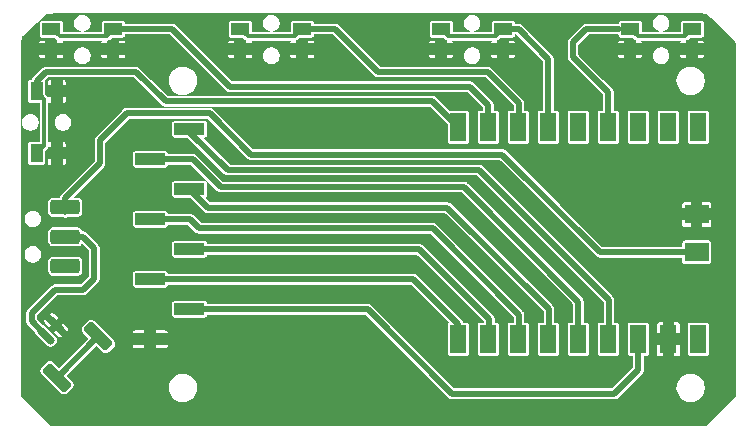
<source format=gbr>
%TF.GenerationSoftware,KiCad,Pcbnew,9.0.0*%
%TF.CreationDate,2025-09-27T09:52:45-07:00*%
%TF.ProjectId,grippy,67726970-7079-42e6-9b69-6361645f7063,rev?*%
%TF.SameCoordinates,Original*%
%TF.FileFunction,Copper,L1,Top*%
%TF.FilePolarity,Positive*%
%FSLAX46Y46*%
G04 Gerber Fmt 4.6, Leading zero omitted, Abs format (unit mm)*
G04 Created by KiCad (PCBNEW 9.0.0) date 2025-09-27 09:52:45*
%MOMM*%
%LPD*%
G01*
G04 APERTURE LIST*
G04 Aperture macros list*
%AMRoundRect*
0 Rectangle with rounded corners*
0 $1 Rounding radius*
0 $2 $3 $4 $5 $6 $7 $8 $9 X,Y pos of 4 corners*
0 Add a 4 corners polygon primitive as box body*
4,1,4,$2,$3,$4,$5,$6,$7,$8,$9,$2,$3,0*
0 Add four circle primitives for the rounded corners*
1,1,$1+$1,$2,$3*
1,1,$1+$1,$4,$5*
1,1,$1+$1,$6,$7*
1,1,$1+$1,$8,$9*
0 Add four rect primitives between the rounded corners*
20,1,$1+$1,$2,$3,$4,$5,0*
20,1,$1+$1,$4,$5,$6,$7,0*
20,1,$1+$1,$6,$7,$8,$9,0*
20,1,$1+$1,$8,$9,$2,$3,0*%
G04 Aperture macros list end*
%TA.AperFunction,SMDPad,CuDef*%
%ADD10R,1.400000X2.400000*%
%TD*%
%TA.AperFunction,SMDPad,CuDef*%
%ADD11R,2.000000X1.600000*%
%TD*%
%TA.AperFunction,SMDPad,CuDef*%
%ADD12RoundRect,0.150000X0.388909X-0.601041X0.601041X-0.388909X-0.388909X0.601041X-0.601041X0.388909X0*%
%TD*%
%TA.AperFunction,SMDPad,CuDef*%
%ADD13RoundRect,0.250000X0.601041X-0.954594X0.954594X-0.601041X-0.601041X0.954594X-0.954594X0.601041X0*%
%TD*%
%TA.AperFunction,SMDPad,CuDef*%
%ADD14R,1.550000X1.000000*%
%TD*%
%TA.AperFunction,SMDPad,CuDef*%
%ADD15RoundRect,0.240000X-1.010000X0.360000X-1.010000X-0.360000X1.010000X-0.360000X1.010000X0.360000X0*%
%TD*%
%TA.AperFunction,SMDPad,CuDef*%
%ADD16R,2.510000X1.000000*%
%TD*%
%TA.AperFunction,SMDPad,CuDef*%
%ADD17R,1.000000X1.550000*%
%TD*%
%TA.AperFunction,Conductor*%
%ADD18C,0.500000*%
%TD*%
%TA.AperFunction,Conductor*%
%ADD19C,0.300000*%
%TD*%
G04 APERTURE END LIST*
D10*
%TO.P,U1,3V3,3V3*%
%TO.N,VCC*%
X229280000Y-94390000D03*
%TO.P,U1,5V,5V*%
%TO.N,unconnected-(U1-Pad5V)*%
X234360000Y-94390000D03*
D11*
%TO.P,U1,B+,B+*%
%TO.N,/RAW*%
X234200000Y-87020000D03*
%TO.P,U1,B-,B-*%
%TO.N,GND*%
X234200000Y-83820000D03*
D10*
%TO.P,U1,GND,GND*%
X231820000Y-94390000D03*
%TO.P,U1,IO1,IO1*%
%TO.N,unconnected-(U1-PadIO1)*%
X229280000Y-76450000D03*
%TO.P,U1,IO2,IO2*%
%TO.N,/pinky*%
X226740000Y-76450000D03*
%TO.P,U1,IO3,IO3*%
%TO.N,unconnected-(U1-PadIO3)*%
X224200000Y-76450000D03*
%TO.P,U1,IO4,IO4*%
%TO.N,/ring*%
X221660000Y-76450000D03*
%TO.P,U1,IO5,IO5*%
%TO.N,/middle*%
X219120000Y-76450000D03*
%TO.P,U1,IO6,IO6*%
%TO.N,/index*%
X216580000Y-76450000D03*
%TO.P,U1,IO7,IO7*%
%TO.N,/thumb*%
X214040000Y-76450000D03*
%TO.P,U1,IO8,IO8*%
%TO.N,/SCL*%
X214040000Y-94390000D03*
%TO.P,U1,IO9,IO9*%
%TO.N,/SDA*%
X216580000Y-94390000D03*
%TO.P,U1,IO10,IO10*%
%TO.N,/RES*%
X219120000Y-94390000D03*
%TO.P,U1,IO11,IO11*%
%TO.N,/DC*%
X221660000Y-94390000D03*
%TO.P,U1,IO12,IO12*%
%TO.N,/CS*%
X224200000Y-94390000D03*
%TO.P,U1,IO13,IO13*%
%TO.N,/BLK*%
X226740000Y-94390000D03*
%TO.P,U1,RX,RX*%
%TO.N,unconnected-(U1-PadRX)*%
X231820000Y-76450000D03*
%TO.P,U1,TX,TX*%
%TO.N,unconnected-(U1-PadTX)*%
X234360000Y-76450000D03*
%TD*%
D12*
%TO.P,BAT1,1,Pin_1*%
%TO.N,/B+*%
X179100000Y-94083883D03*
%TO.P,BAT1,2,Pin_2*%
%TO.N,GND*%
X179983883Y-93200000D03*
D13*
%TO.P,BAT1,3,Pin_3*%
%TO.N,/mp*%
X180054594Y-97654772D03*
%TO.P,BAT1,4,Pin_4*%
X183554772Y-94154594D03*
%TD*%
D14*
%TO.P,SW3,1,A*%
%TO.N,/pinky*%
X228575000Y-68150000D03*
X233825000Y-68150000D03*
%TO.P,SW3,2,B*%
%TO.N,GND*%
X228575000Y-69850000D03*
X233825000Y-69850000D03*
%TD*%
%TO.P,SW0,1,A*%
%TO.N,/index*%
X179575000Y-68150000D03*
X184825000Y-68150000D03*
%TO.P,SW0,2,B*%
%TO.N,GND*%
X179575000Y-69850000D03*
X184825000Y-69850000D03*
%TD*%
D15*
%TO.P,SW5,1,A*%
%TO.N,/RAW*%
X180750000Y-83200000D03*
%TO.P,SW5,2,B*%
%TO.N,/B+*%
X180750000Y-85700000D03*
%TO.P,SW5,3,C*%
%TO.N,unconnected-(SW5A-C-Pad3)*%
X180750000Y-88200000D03*
%TD*%
D16*
%TO.P,J1,1,Pin_1*%
%TO.N,GND*%
X187955000Y-94395000D03*
%TO.P,J1,2,Pin_2*%
%TO.N,VCC*%
X191265000Y-91855000D03*
%TO.P,J1,3,Pin_3*%
%TO.N,/SCL*%
X187955000Y-89315000D03*
%TO.P,J1,4,Pin_4*%
%TO.N,/SDA*%
X191265000Y-86775000D03*
%TO.P,J1,5,Pin_5*%
%TO.N,/RES*%
X187955000Y-84235000D03*
%TO.P,J1,6,Pin_6*%
%TO.N,/DC*%
X191265000Y-81695000D03*
%TO.P,J1,7,Pin_7*%
%TO.N,/CS*%
X187955000Y-79155000D03*
%TO.P,J1,8,Pin_8*%
%TO.N,/BLK*%
X191265000Y-76615000D03*
%TD*%
D14*
%TO.P,SW2,1,A*%
%TO.N,/ring*%
X212575000Y-68150000D03*
X217825000Y-68150000D03*
%TO.P,SW2,2,B*%
%TO.N,GND*%
X212575000Y-69850000D03*
X217825000Y-69850000D03*
%TD*%
%TO.P,SW1,1,A*%
%TO.N,/middle*%
X195575000Y-68150000D03*
X200825000Y-68150000D03*
%TO.P,SW1,2,B*%
%TO.N,GND*%
X195575000Y-69850000D03*
X200825000Y-69850000D03*
%TD*%
D17*
%TO.P,SW4,1,A*%
%TO.N,/thumb*%
X178325000Y-78650000D03*
X178325000Y-73400000D03*
%TO.P,SW4,2,B*%
%TO.N,GND*%
X180025000Y-78650000D03*
X180025000Y-73400000D03*
%TD*%
D18*
%TO.N,/B+*%
X179900000Y-90200000D02*
X182250000Y-90200000D01*
X183200000Y-89250000D02*
X183200000Y-86650000D01*
X182250000Y-85700000D02*
X180750000Y-85700000D01*
X179100000Y-94083883D02*
X177900000Y-92883883D01*
X183200000Y-86650000D02*
X182250000Y-85700000D01*
X182250000Y-90200000D02*
X183200000Y-89250000D01*
X177900000Y-92883883D02*
X177900000Y-92200000D01*
X177900000Y-92200000D02*
X179900000Y-90200000D01*
%TO.N,/SCL*%
X210215000Y-89315000D02*
X214040000Y-93140000D01*
X187955000Y-89315000D02*
X210215000Y-89315000D01*
X214040000Y-93140000D02*
X214040000Y-94670000D01*
%TO.N,VCC*%
X229280000Y-96970000D02*
X229280000Y-94390000D01*
X213500000Y-99000000D02*
X227250000Y-99000000D01*
X191265000Y-91855000D02*
X206355000Y-91855000D01*
X227250000Y-99000000D02*
X229280000Y-96970000D01*
X206355000Y-91855000D02*
X213500000Y-99000000D01*
%TO.N,/SDA*%
X216650000Y-92700000D02*
X216650000Y-94600000D01*
X191265000Y-86775000D02*
X210725000Y-86775000D01*
X210725000Y-86775000D02*
X216650000Y-92700000D01*
X216650000Y-94600000D02*
X216580000Y-94670000D01*
D19*
%TO.N,/index*%
X184287500Y-68750000D02*
X184912500Y-68125000D01*
D18*
X194700000Y-73000000D02*
X189825000Y-68125000D01*
D19*
X180287500Y-68750000D02*
X184287500Y-68750000D01*
X179662500Y-68125000D02*
X180287500Y-68750000D01*
D18*
X189825000Y-68125000D02*
X184825000Y-68125000D01*
X216580000Y-76450000D02*
X216580000Y-74580000D01*
X216580000Y-74580000D02*
X215000000Y-73000000D01*
X215000000Y-73000000D02*
X194700000Y-73000000D01*
D19*
%TO.N,/middle*%
X195562500Y-68125000D02*
X196187500Y-68750000D01*
D18*
X200825000Y-68125000D02*
X203625000Y-68125000D01*
X219170000Y-74420000D02*
X219170000Y-76680000D01*
X216500000Y-71750000D02*
X219170000Y-74420000D01*
X207250000Y-71750000D02*
X216500000Y-71750000D01*
X219170000Y-76680000D02*
X219120000Y-76730000D01*
X203625000Y-68125000D02*
X207250000Y-71750000D01*
D19*
X196187500Y-68750000D02*
X200187500Y-68750000D01*
X200187500Y-68750000D02*
X200812500Y-68125000D01*
%TO.N,/ring*%
X217187500Y-68750000D02*
X217812500Y-68125000D01*
D18*
X221660000Y-70660000D02*
X221660000Y-76450000D01*
X219125000Y-68125000D02*
X221660000Y-70660000D01*
D19*
X213187500Y-68750000D02*
X217187500Y-68750000D01*
D18*
X217875000Y-68125000D02*
X219125000Y-68125000D01*
D19*
X212562500Y-68125000D02*
X213187500Y-68750000D01*
%TO.N,/pinky*%
X233225000Y-68750000D02*
X229225000Y-68750000D01*
D18*
X224875000Y-68125000D02*
X227675000Y-68125000D01*
X223750000Y-70500000D02*
X223750000Y-69250000D01*
D19*
X229225000Y-68750000D02*
X228600000Y-68125000D01*
D18*
X223750000Y-69250000D02*
X224875000Y-68125000D01*
X226740000Y-73490000D02*
X223750000Y-70500000D01*
X226740000Y-76450000D02*
X226740000Y-73490000D01*
D19*
X233850000Y-68125000D02*
X233225000Y-68750000D01*
D18*
%TO.N,/thumb*%
X189250000Y-74250000D02*
X211840000Y-74250000D01*
D19*
X178950000Y-74025000D02*
X178950000Y-78025000D01*
D18*
X178325000Y-73025000D02*
X178325000Y-72525000D01*
X178325000Y-72525000D02*
X179100000Y-71750000D01*
X211840000Y-74250000D02*
X214040000Y-76450000D01*
X179100000Y-71750000D02*
X186750000Y-71750000D01*
D19*
X178325000Y-73400000D02*
X178950000Y-74025000D01*
X178950000Y-78025000D02*
X178325000Y-78650000D01*
D18*
X186750000Y-71750000D02*
X189250000Y-74250000D01*
%TO.N,/RAW*%
X183700000Y-77550000D02*
X183700000Y-79500000D01*
X186000000Y-75250000D02*
X185950000Y-75250000D01*
X217750000Y-78750000D02*
X196500000Y-78750000D01*
X180750000Y-82450000D02*
X180750000Y-83650000D01*
X183700000Y-79500000D02*
X180750000Y-82450000D01*
X186000000Y-75250000D02*
X183700000Y-77550000D01*
X196500000Y-78750000D02*
X193000000Y-75250000D01*
X226020000Y-87020000D02*
X217750000Y-78750000D01*
X234200000Y-87020000D02*
X226020000Y-87020000D01*
X193000000Y-75250000D02*
X186000000Y-75250000D01*
%TO.N,/mp*%
X180054594Y-97654772D02*
X183554772Y-94154594D01*
%TO.N,/BLK*%
X226800000Y-94610000D02*
X226740000Y-94670000D01*
X191265000Y-76615000D02*
X191265000Y-76815000D01*
X226800000Y-91050000D02*
X226800000Y-94610000D01*
X191265000Y-76815000D02*
X194500000Y-80050000D01*
X194500000Y-80050000D02*
X215800000Y-80050000D01*
X215800000Y-80050000D02*
X226800000Y-91050000D01*
%TO.N,/RES*%
X219170000Y-94620000D02*
X219120000Y-94670000D01*
X219170000Y-92320000D02*
X219170000Y-94620000D01*
X187970000Y-84250000D02*
X191350000Y-84250000D01*
X187955000Y-84235000D02*
X187970000Y-84250000D01*
X191350000Y-84250000D02*
X192100000Y-85000000D01*
X192100000Y-85000000D02*
X211850000Y-85000000D01*
X211850000Y-85000000D02*
X219170000Y-92320000D01*
%TO.N,/CS*%
X187955000Y-79155000D02*
X191555000Y-79155000D01*
X214500000Y-81500000D02*
X224200000Y-91200000D01*
X224200000Y-91200000D02*
X224200000Y-94390000D01*
X193900000Y-81500000D02*
X214500000Y-81500000D01*
X191555000Y-79155000D02*
X193900000Y-81500000D01*
%TO.N,/DC*%
X221710000Y-94620000D02*
X221710000Y-91860000D01*
X221660000Y-94670000D02*
X221710000Y-94620000D01*
X192820000Y-83250000D02*
X191265000Y-81695000D01*
X221710000Y-91860000D02*
X213100000Y-83250000D01*
X213100000Y-83250000D02*
X192820000Y-83250000D01*
%TD*%
%TA.AperFunction,Conductor*%
%TO.N,GND*%
G36*
X234601747Y-66796817D02*
G01*
X234601752Y-66796820D01*
X234627311Y-66796820D01*
X234630052Y-66796897D01*
X234950584Y-66814895D01*
X234956020Y-66815507D01*
X235016671Y-66825812D01*
X235042408Y-66838784D01*
X235395948Y-67178460D01*
X237465379Y-69166737D01*
X237479739Y-69193863D01*
X237499308Y-69309036D01*
X237500000Y-69317244D01*
X237500000Y-99257748D01*
X237499308Y-99265956D01*
X237494814Y-99292404D01*
X237481154Y-99318844D01*
X235114352Y-101685648D01*
X235079704Y-101700000D01*
X179520296Y-101700000D01*
X179485648Y-101685648D01*
X177014352Y-99214352D01*
X177000000Y-99179704D01*
X177000000Y-97053731D01*
X178644411Y-97053731D01*
X178664652Y-97188020D01*
X178664654Y-97188027D01*
X178723572Y-97310370D01*
X178723574Y-97310373D01*
X178723575Y-97310374D01*
X178743076Y-97333911D01*
X180375455Y-98966290D01*
X180398992Y-98985791D01*
X180398993Y-98985791D01*
X180398995Y-98985793D01*
X180521338Y-99044711D01*
X180521344Y-99044712D01*
X180521347Y-99044714D01*
X180655635Y-99064955D01*
X180789922Y-99044714D01*
X180789925Y-99044712D01*
X180789930Y-99044711D01*
X180870334Y-99005989D01*
X180912277Y-98985791D01*
X180935815Y-98966290D01*
X181366112Y-98535993D01*
X181385613Y-98512455D01*
X181437113Y-98405513D01*
X189499500Y-98405513D01*
X189499500Y-98594480D01*
X189529059Y-98781115D01*
X189529060Y-98781118D01*
X189587453Y-98960833D01*
X189673236Y-99129193D01*
X189673239Y-99129197D01*
X189673240Y-99129199D01*
X189784310Y-99282073D01*
X189784312Y-99282075D01*
X189784315Y-99282079D01*
X189917920Y-99415684D01*
X189917923Y-99415686D01*
X189917927Y-99415690D01*
X190070801Y-99526760D01*
X190070803Y-99526761D01*
X190070806Y-99526763D01*
X190239166Y-99612546D01*
X190239168Y-99612547D01*
X190418882Y-99670940D01*
X190605519Y-99700500D01*
X190605520Y-99700500D01*
X190794480Y-99700500D01*
X190794481Y-99700500D01*
X190981118Y-99670940D01*
X191160832Y-99612547D01*
X191329199Y-99526760D01*
X191482073Y-99415690D01*
X191615690Y-99282073D01*
X191726760Y-99129199D01*
X191812547Y-98960832D01*
X191870940Y-98781118D01*
X191900500Y-98594481D01*
X191900500Y-98405519D01*
X191870940Y-98218882D01*
X191812547Y-98039168D01*
X191792167Y-97999170D01*
X191726763Y-97870806D01*
X191726761Y-97870803D01*
X191726760Y-97870801D01*
X191615690Y-97717927D01*
X191615686Y-97717923D01*
X191615684Y-97717920D01*
X191482079Y-97584315D01*
X191482080Y-97584315D01*
X191373343Y-97505313D01*
X191329199Y-97473240D01*
X191329197Y-97473239D01*
X191329193Y-97473236D01*
X191160833Y-97387453D01*
X190981118Y-97329060D01*
X190981115Y-97329059D01*
X190837744Y-97306352D01*
X190794481Y-97299500D01*
X190605519Y-97299500D01*
X190570397Y-97305062D01*
X190418884Y-97329059D01*
X190418881Y-97329060D01*
X190239166Y-97387453D01*
X190070806Y-97473236D01*
X189917920Y-97584315D01*
X189784315Y-97717920D01*
X189673236Y-97870806D01*
X189587453Y-98039166D01*
X189529060Y-98218881D01*
X189529059Y-98218884D01*
X189509240Y-98344018D01*
X189500052Y-98402032D01*
X189500052Y-98402034D01*
X189500051Y-98402033D01*
X189499500Y-98405513D01*
X181437113Y-98405513D01*
X181444536Y-98390100D01*
X181464777Y-98255813D01*
X181444536Y-98121525D01*
X181444534Y-98121522D01*
X181444533Y-98121516D01*
X181385615Y-97999173D01*
X181366110Y-97975631D01*
X180903122Y-97512643D01*
X180888770Y-97477995D01*
X180903122Y-97443347D01*
X183343347Y-95003122D01*
X183377995Y-94988770D01*
X183412643Y-95003122D01*
X183875633Y-95466112D01*
X183899170Y-95485613D01*
X183899171Y-95485613D01*
X183899173Y-95485615D01*
X184021516Y-95544533D01*
X184021522Y-95544534D01*
X184021525Y-95544536D01*
X184155813Y-95564777D01*
X184290100Y-95544536D01*
X184290103Y-95544534D01*
X184290108Y-95544533D01*
X184370512Y-95505811D01*
X184412455Y-95485613D01*
X184435993Y-95466112D01*
X184866290Y-95035815D01*
X184885791Y-95012277D01*
X184930408Y-94919629D01*
X186450000Y-94919629D01*
X186464503Y-94992542D01*
X186519759Y-95075240D01*
X186602457Y-95130496D01*
X186675370Y-95144999D01*
X186675376Y-95145000D01*
X187455000Y-95145000D01*
X188455000Y-95145000D01*
X189234624Y-95145000D01*
X189234629Y-95144999D01*
X189307542Y-95130496D01*
X189390240Y-95075240D01*
X189445496Y-94992542D01*
X189459999Y-94919629D01*
X189460000Y-94919624D01*
X189460000Y-94895000D01*
X188455000Y-94895000D01*
X188455000Y-95145000D01*
X187455000Y-95145000D01*
X187455000Y-94895000D01*
X186450000Y-94895000D01*
X186450000Y-94919629D01*
X184930408Y-94919629D01*
X184944711Y-94889930D01*
X184944712Y-94889925D01*
X184944714Y-94889922D01*
X184964955Y-94755635D01*
X184944714Y-94621347D01*
X184944712Y-94621344D01*
X184944711Y-94621338D01*
X184885793Y-94498995D01*
X184866288Y-94475453D01*
X184261205Y-93870370D01*
X186450000Y-93870370D01*
X186450000Y-93895000D01*
X187455000Y-93895000D01*
X188455000Y-93895000D01*
X189460000Y-93895000D01*
X189460000Y-93870376D01*
X189459999Y-93870370D01*
X189445496Y-93797457D01*
X189390240Y-93714759D01*
X189307542Y-93659503D01*
X189234629Y-93645000D01*
X188455000Y-93645000D01*
X188455000Y-93895000D01*
X187455000Y-93895000D01*
X187455000Y-93645000D01*
X186675370Y-93645000D01*
X186602457Y-93659503D01*
X186519759Y-93714759D01*
X186464503Y-93797457D01*
X186450000Y-93870370D01*
X184261205Y-93870370D01*
X183233912Y-92843077D01*
X183210370Y-92823572D01*
X183088027Y-92764654D01*
X183088020Y-92764652D01*
X182953731Y-92744411D01*
X182819442Y-92764652D01*
X182819435Y-92764654D01*
X182697091Y-92823573D01*
X182697090Y-92823573D01*
X182673549Y-92843077D01*
X182243255Y-93273371D01*
X182223751Y-93296912D01*
X182223751Y-93296913D01*
X182164832Y-93419257D01*
X182164830Y-93419264D01*
X182144589Y-93553553D01*
X182164830Y-93687842D01*
X182164832Y-93687849D01*
X182223750Y-93810192D01*
X182243255Y-93833734D01*
X182706244Y-94296723D01*
X182720596Y-94331371D01*
X182706244Y-94366019D01*
X180266019Y-96806244D01*
X180231371Y-96820596D01*
X180196723Y-96806244D01*
X179733734Y-96343255D01*
X179710192Y-96323750D01*
X179587849Y-96264832D01*
X179587842Y-96264830D01*
X179453553Y-96244589D01*
X179319264Y-96264830D01*
X179319257Y-96264832D01*
X179196913Y-96323751D01*
X179196912Y-96323751D01*
X179173371Y-96343255D01*
X178743077Y-96773549D01*
X178723573Y-96797090D01*
X178723573Y-96797091D01*
X178664654Y-96919435D01*
X178664652Y-96919442D01*
X178644411Y-97053731D01*
X177000000Y-97053731D01*
X177000000Y-92140688D01*
X177449500Y-92140688D01*
X177449500Y-92140691D01*
X177449500Y-92943192D01*
X177473670Y-93033397D01*
X177473713Y-93033555D01*
X177473713Y-93033556D01*
X177480200Y-93057769D01*
X177480201Y-93057771D01*
X177539511Y-93160497D01*
X178148798Y-93769784D01*
X178160495Y-93788521D01*
X178186442Y-93864100D01*
X178227594Y-93919290D01*
X178227603Y-93919300D01*
X179264582Y-94956279D01*
X179264592Y-94956288D01*
X179280935Y-94968474D01*
X179319783Y-94997441D01*
X179430420Y-95035423D01*
X179430421Y-95035423D01*
X179547396Y-95035423D01*
X179547397Y-95035423D01*
X179658035Y-94997441D01*
X179713231Y-94956283D01*
X179972400Y-94697114D01*
X180013558Y-94641918D01*
X180051540Y-94531280D01*
X180051540Y-94414303D01*
X180013558Y-94303666D01*
X179986590Y-94267500D01*
X179972405Y-94248475D01*
X179972396Y-94248465D01*
X179524970Y-93801039D01*
X179807106Y-93801039D01*
X179807106Y-93801040D01*
X180112209Y-94106142D01*
X180112215Y-94106148D01*
X180188931Y-94161886D01*
X180188930Y-94161886D01*
X180309437Y-94201041D01*
X180436144Y-94201041D01*
X180530123Y-94170504D01*
X179983883Y-93624264D01*
X179807106Y-93801039D01*
X179524970Y-93801039D01*
X178935417Y-93211486D01*
X178935407Y-93211477D01*
X178880217Y-93170325D01*
X178804638Y-93144378D01*
X178785901Y-93132681D01*
X178400956Y-92747736D01*
X178982842Y-92747736D01*
X178982842Y-92874445D01*
X179021997Y-92994952D01*
X179021999Y-92994957D01*
X179077736Y-93071670D01*
X179077740Y-93071675D01*
X179382842Y-93376776D01*
X179559619Y-93200000D01*
X179559618Y-93199999D01*
X180408147Y-93199999D01*
X180408147Y-93200000D01*
X180954387Y-93746240D01*
X180984924Y-93652260D01*
X180984924Y-93525554D01*
X180945768Y-93405047D01*
X180945766Y-93405042D01*
X180890029Y-93328329D01*
X180890025Y-93328324D01*
X180584923Y-93023223D01*
X180584922Y-93023223D01*
X180408147Y-93199999D01*
X179559618Y-93199999D01*
X179013377Y-92653758D01*
X178982842Y-92747736D01*
X178400956Y-92747736D01*
X178364852Y-92711632D01*
X178350500Y-92676984D01*
X178350500Y-92406899D01*
X178364852Y-92372251D01*
X178507609Y-92229494D01*
X179437641Y-92229494D01*
X179983883Y-92775736D01*
X179983884Y-92775736D01*
X180160659Y-92598959D01*
X180160659Y-92598958D01*
X179855556Y-92293857D01*
X179855550Y-92293851D01*
X179778834Y-92238113D01*
X179778835Y-92238113D01*
X179658329Y-92198959D01*
X179531619Y-92198959D01*
X179437641Y-92229494D01*
X178507609Y-92229494D01*
X179401851Y-91335252D01*
X189809500Y-91335252D01*
X189809500Y-92374748D01*
X189821133Y-92433231D01*
X189838882Y-92459795D01*
X189865447Y-92499552D01*
X189876000Y-92506603D01*
X189931769Y-92543867D01*
X189990252Y-92555500D01*
X189990255Y-92555500D01*
X192539745Y-92555500D01*
X192539748Y-92555500D01*
X192598231Y-92543867D01*
X192664552Y-92499552D01*
X192708867Y-92433231D01*
X192720500Y-92374748D01*
X192720500Y-92354500D01*
X192734852Y-92319852D01*
X192769500Y-92305500D01*
X206148101Y-92305500D01*
X206182749Y-92319852D01*
X213223386Y-99360489D01*
X213326113Y-99419799D01*
X213350326Y-99426286D01*
X213395508Y-99438393D01*
X213440689Y-99450500D01*
X213440691Y-99450500D01*
X227309311Y-99450500D01*
X227339430Y-99442428D01*
X227399673Y-99426286D01*
X227423887Y-99419799D01*
X227526614Y-99360489D01*
X228481590Y-98405513D01*
X232499500Y-98405513D01*
X232499500Y-98594480D01*
X232529059Y-98781115D01*
X232529060Y-98781118D01*
X232587453Y-98960833D01*
X232673236Y-99129193D01*
X232673239Y-99129197D01*
X232673240Y-99129199D01*
X232784310Y-99282073D01*
X232784312Y-99282075D01*
X232784315Y-99282079D01*
X232917920Y-99415684D01*
X232917923Y-99415686D01*
X232917927Y-99415690D01*
X233070801Y-99526760D01*
X233070803Y-99526761D01*
X233070806Y-99526763D01*
X233239166Y-99612546D01*
X233239168Y-99612547D01*
X233418882Y-99670940D01*
X233605519Y-99700500D01*
X233605520Y-99700500D01*
X233794480Y-99700500D01*
X233794481Y-99700500D01*
X233981118Y-99670940D01*
X234160832Y-99612547D01*
X234329199Y-99526760D01*
X234482073Y-99415690D01*
X234615690Y-99282073D01*
X234726760Y-99129199D01*
X234812547Y-98960832D01*
X234870940Y-98781118D01*
X234900500Y-98594481D01*
X234900500Y-98405519D01*
X234870940Y-98218882D01*
X234812547Y-98039168D01*
X234792167Y-97999170D01*
X234726763Y-97870806D01*
X234726761Y-97870803D01*
X234726760Y-97870801D01*
X234615690Y-97717927D01*
X234615686Y-97717923D01*
X234615684Y-97717920D01*
X234482079Y-97584315D01*
X234482080Y-97584315D01*
X234373343Y-97505313D01*
X234329199Y-97473240D01*
X234329197Y-97473239D01*
X234329193Y-97473236D01*
X234160833Y-97387453D01*
X233981118Y-97329060D01*
X233981115Y-97329059D01*
X233837744Y-97306352D01*
X233794481Y-97299500D01*
X233605519Y-97299500D01*
X233570397Y-97305062D01*
X233418884Y-97329059D01*
X233418881Y-97329060D01*
X233239166Y-97387453D01*
X233070806Y-97473236D01*
X232917920Y-97584315D01*
X232784315Y-97717920D01*
X232673236Y-97870806D01*
X232587453Y-98039166D01*
X232529060Y-98218881D01*
X232529059Y-98218884D01*
X232509240Y-98344018D01*
X232500052Y-98402032D01*
X232500052Y-98402034D01*
X232500051Y-98402033D01*
X232499500Y-98405513D01*
X228481590Y-98405513D01*
X229640490Y-97246613D01*
X229699799Y-97143886D01*
X229723956Y-97053731D01*
X229730500Y-97029311D01*
X229730500Y-95839500D01*
X229744852Y-95804852D01*
X229779500Y-95790500D01*
X229999745Y-95790500D01*
X229999748Y-95790500D01*
X230058231Y-95778867D01*
X230124552Y-95734552D01*
X230168867Y-95668231D01*
X230179529Y-95614629D01*
X230870000Y-95614629D01*
X230884503Y-95687542D01*
X230939759Y-95770240D01*
X231022457Y-95825496D01*
X231095370Y-95839999D01*
X231095376Y-95840000D01*
X231320000Y-95840000D01*
X232320000Y-95840000D01*
X232544624Y-95840000D01*
X232544629Y-95839999D01*
X232617542Y-95825496D01*
X232700240Y-95770240D01*
X232755496Y-95687542D01*
X232769999Y-95614629D01*
X232770000Y-95614624D01*
X232770000Y-94890000D01*
X232320000Y-94890000D01*
X232320000Y-95840000D01*
X231320000Y-95840000D01*
X231320000Y-94890000D01*
X230870000Y-94890000D01*
X230870000Y-95614629D01*
X230179529Y-95614629D01*
X230180500Y-95609748D01*
X230180500Y-93170252D01*
X230179529Y-93165370D01*
X230870000Y-93165370D01*
X230870000Y-93890000D01*
X231320000Y-93890000D01*
X232320000Y-93890000D01*
X232770000Y-93890000D01*
X232770000Y-93170252D01*
X233459500Y-93170252D01*
X233459500Y-95609748D01*
X233471133Y-95668231D01*
X233488882Y-95694795D01*
X233515447Y-95734552D01*
X233542012Y-95752301D01*
X233581769Y-95778867D01*
X233640252Y-95790500D01*
X233640255Y-95790500D01*
X235079745Y-95790500D01*
X235079748Y-95790500D01*
X235138231Y-95778867D01*
X235204552Y-95734552D01*
X235248867Y-95668231D01*
X235260500Y-95609748D01*
X235260500Y-93170252D01*
X235248867Y-93111769D01*
X235212786Y-93057771D01*
X235204552Y-93045447D01*
X235164795Y-93018882D01*
X235138231Y-93001133D01*
X235079748Y-92989500D01*
X233640252Y-92989500D01*
X233583659Y-93000757D01*
X233581769Y-93001133D01*
X233515447Y-93045447D01*
X233484037Y-93092457D01*
X233471133Y-93111769D01*
X233459500Y-93170252D01*
X232770000Y-93170252D01*
X232770000Y-93165376D01*
X232769999Y-93165370D01*
X232755496Y-93092457D01*
X232700240Y-93009759D01*
X232617542Y-92954503D01*
X232544629Y-92940000D01*
X232320000Y-92940000D01*
X232320000Y-93890000D01*
X231320000Y-93890000D01*
X231320000Y-92940000D01*
X231095370Y-92940000D01*
X231022457Y-92954503D01*
X230939759Y-93009759D01*
X230884503Y-93092457D01*
X230870000Y-93165370D01*
X230179529Y-93165370D01*
X230168867Y-93111769D01*
X230132786Y-93057771D01*
X230124552Y-93045447D01*
X230084795Y-93018882D01*
X230058231Y-93001133D01*
X229999748Y-92989500D01*
X228560252Y-92989500D01*
X228503659Y-93000757D01*
X228501769Y-93001133D01*
X228435447Y-93045447D01*
X228404037Y-93092457D01*
X228391133Y-93111769D01*
X228379500Y-93170252D01*
X228379500Y-95609748D01*
X228391133Y-95668231D01*
X228408882Y-95694795D01*
X228435447Y-95734552D01*
X228462012Y-95752301D01*
X228501769Y-95778867D01*
X228560252Y-95790500D01*
X228780500Y-95790500D01*
X228815148Y-95804852D01*
X228829500Y-95839500D01*
X228829500Y-96763101D01*
X228815148Y-96797749D01*
X227077749Y-98535148D01*
X227043101Y-98549500D01*
X213706899Y-98549500D01*
X213672251Y-98535148D01*
X206631614Y-91494511D01*
X206528888Y-91435201D01*
X206528886Y-91435200D01*
X206504673Y-91428713D01*
X206474551Y-91420642D01*
X206414311Y-91404500D01*
X206414309Y-91404500D01*
X192769500Y-91404500D01*
X192734852Y-91390148D01*
X192720500Y-91355500D01*
X192720500Y-91335255D01*
X192720500Y-91335252D01*
X192708867Y-91276769D01*
X192682301Y-91237012D01*
X192664552Y-91210447D01*
X192624795Y-91183882D01*
X192598231Y-91166133D01*
X192539748Y-91154500D01*
X189990252Y-91154500D01*
X189931769Y-91166133D01*
X189865447Y-91210447D01*
X189821133Y-91276769D01*
X189809500Y-91335252D01*
X179401851Y-91335252D01*
X180072251Y-90664852D01*
X180106899Y-90650500D01*
X182309311Y-90650500D01*
X182339430Y-90642428D01*
X182399673Y-90626286D01*
X182423887Y-90619799D01*
X182526614Y-90560489D01*
X183560489Y-89526614D01*
X183619799Y-89423887D01*
X183633083Y-89374309D01*
X183650500Y-89309309D01*
X183650500Y-88795252D01*
X186499500Y-88795252D01*
X186499500Y-89834748D01*
X186511133Y-89893231D01*
X186528882Y-89919795D01*
X186555447Y-89959552D01*
X186582012Y-89977301D01*
X186621769Y-90003867D01*
X186680252Y-90015500D01*
X186680255Y-90015500D01*
X189229745Y-90015500D01*
X189229748Y-90015500D01*
X189288231Y-90003867D01*
X189354552Y-89959552D01*
X189398867Y-89893231D01*
X189410500Y-89834748D01*
X189410500Y-89814500D01*
X189424852Y-89779852D01*
X189459500Y-89765500D01*
X210008101Y-89765500D01*
X210042749Y-89779852D01*
X213220905Y-92958008D01*
X213235257Y-92992656D01*
X213220905Y-93027304D01*
X213213481Y-93033397D01*
X213195448Y-93045446D01*
X213177923Y-93071675D01*
X213151133Y-93111769D01*
X213139500Y-93170252D01*
X213139500Y-95609748D01*
X213151133Y-95668231D01*
X213168882Y-95694795D01*
X213195447Y-95734552D01*
X213222012Y-95752301D01*
X213261769Y-95778867D01*
X213320252Y-95790500D01*
X213320255Y-95790500D01*
X214759745Y-95790500D01*
X214759748Y-95790500D01*
X214818231Y-95778867D01*
X214884552Y-95734552D01*
X214928867Y-95668231D01*
X214940500Y-95609748D01*
X214940500Y-93170252D01*
X214928867Y-93111769D01*
X214892786Y-93057771D01*
X214884552Y-93045447D01*
X214844795Y-93018882D01*
X214818231Y-93001133D01*
X214759748Y-92989500D01*
X214759745Y-92989500D01*
X214501592Y-92989500D01*
X214466944Y-92975148D01*
X214459157Y-92965000D01*
X214400488Y-92863385D01*
X210491614Y-88954511D01*
X210388888Y-88895201D01*
X210388886Y-88895200D01*
X210364673Y-88888713D01*
X210313492Y-88874999D01*
X210274311Y-88864500D01*
X210274309Y-88864500D01*
X189459500Y-88864500D01*
X189424852Y-88850148D01*
X189410500Y-88815500D01*
X189410500Y-88795255D01*
X189410500Y-88795252D01*
X189398867Y-88736769D01*
X189372301Y-88697012D01*
X189354552Y-88670447D01*
X189313192Y-88642812D01*
X189288231Y-88626133D01*
X189229748Y-88614500D01*
X186680252Y-88614500D01*
X186621769Y-88626133D01*
X186555447Y-88670447D01*
X186511133Y-88736769D01*
X186499500Y-88795252D01*
X183650500Y-88795252D01*
X183650500Y-86590691D01*
X183650500Y-86590688D01*
X183621469Y-86482346D01*
X183621468Y-86482342D01*
X183621468Y-86482343D01*
X183619799Y-86476114D01*
X183619799Y-86476113D01*
X183606946Y-86453852D01*
X183560488Y-86373385D01*
X183442355Y-86255252D01*
X189809500Y-86255252D01*
X189809500Y-87294748D01*
X189821133Y-87353231D01*
X189838882Y-87379795D01*
X189865447Y-87419552D01*
X189892012Y-87437301D01*
X189931769Y-87463867D01*
X189990252Y-87475500D01*
X189990255Y-87475500D01*
X192539745Y-87475500D01*
X192539748Y-87475500D01*
X192598231Y-87463867D01*
X192664552Y-87419552D01*
X192708867Y-87353231D01*
X192720500Y-87294748D01*
X192720500Y-87274500D01*
X192734852Y-87239852D01*
X192769500Y-87225500D01*
X210518101Y-87225500D01*
X210552749Y-87239852D01*
X216185148Y-92872251D01*
X216199500Y-92906899D01*
X216199500Y-92940500D01*
X216185148Y-92975148D01*
X216150500Y-92989500D01*
X215860252Y-92989500D01*
X215803659Y-93000757D01*
X215801769Y-93001133D01*
X215735447Y-93045447D01*
X215704037Y-93092457D01*
X215691133Y-93111769D01*
X215679500Y-93170252D01*
X215679500Y-95609748D01*
X215691133Y-95668231D01*
X215708882Y-95694795D01*
X215735447Y-95734552D01*
X215762012Y-95752301D01*
X215801769Y-95778867D01*
X215860252Y-95790500D01*
X215860255Y-95790500D01*
X217299745Y-95790500D01*
X217299748Y-95790500D01*
X217358231Y-95778867D01*
X217424552Y-95734552D01*
X217468867Y-95668231D01*
X217480500Y-95609748D01*
X217480500Y-93170252D01*
X217468867Y-93111769D01*
X217432786Y-93057771D01*
X217424552Y-93045447D01*
X217384795Y-93018882D01*
X217358231Y-93001133D01*
X217299748Y-92989500D01*
X217299745Y-92989500D01*
X217149500Y-92989500D01*
X217114852Y-92975148D01*
X217100500Y-92940500D01*
X217100500Y-92640688D01*
X217069799Y-92526115D01*
X217069798Y-92526111D01*
X217016261Y-92433384D01*
X217010489Y-92423386D01*
X211001614Y-86414511D01*
X210933178Y-86374999D01*
X210898888Y-86355201D01*
X210898886Y-86355200D01*
X210874673Y-86348713D01*
X210844551Y-86340642D01*
X210784311Y-86324500D01*
X210784309Y-86324500D01*
X192769500Y-86324500D01*
X192734852Y-86310148D01*
X192720500Y-86275500D01*
X192720500Y-86255255D01*
X192720500Y-86255252D01*
X192708867Y-86196769D01*
X192672820Y-86142821D01*
X192664552Y-86130447D01*
X192624795Y-86103882D01*
X192598231Y-86086133D01*
X192539748Y-86074500D01*
X189990252Y-86074500D01*
X189931769Y-86086133D01*
X189865447Y-86130447D01*
X189821133Y-86196769D01*
X189809500Y-86255252D01*
X183442355Y-86255252D01*
X182526614Y-85339511D01*
X182423888Y-85280201D01*
X182423886Y-85280200D01*
X182399673Y-85273713D01*
X182369551Y-85265642D01*
X182309311Y-85249500D01*
X182309309Y-85249500D01*
X182229789Y-85249500D01*
X182195141Y-85235148D01*
X182183539Y-85216684D01*
X182153852Y-85131843D01*
X182153850Y-85131840D01*
X182074999Y-85025000D01*
X181968159Y-84946149D01*
X181968157Y-84946148D01*
X181930537Y-84932984D01*
X181842821Y-84902290D01*
X181842812Y-84902289D01*
X181813077Y-84899501D01*
X181813076Y-84899500D01*
X181813066Y-84899500D01*
X179686934Y-84899500D01*
X179686924Y-84899500D01*
X179686922Y-84899501D01*
X179657187Y-84902289D01*
X179657178Y-84902290D01*
X179531840Y-84946149D01*
X179425000Y-85025000D01*
X179346149Y-85131840D01*
X179302290Y-85257178D01*
X179302289Y-85257187D01*
X179299501Y-85286922D01*
X179299500Y-85286943D01*
X179299500Y-86113056D01*
X179299501Y-86113077D01*
X179302289Y-86142812D01*
X179302290Y-86142821D01*
X179321168Y-86196769D01*
X179346148Y-86268157D01*
X179346149Y-86268159D01*
X179346148Y-86268159D01*
X179425000Y-86374999D01*
X179531840Y-86453850D01*
X179531843Y-86453852D01*
X179657181Y-86497710D01*
X179686934Y-86500500D01*
X179686944Y-86500500D01*
X181813056Y-86500500D01*
X181813066Y-86500500D01*
X181842819Y-86497710D01*
X181968157Y-86453852D01*
X182074999Y-86374999D01*
X182112269Y-86324500D01*
X182131592Y-86298319D01*
X182163714Y-86278963D01*
X182200114Y-86287991D01*
X182205665Y-86292768D01*
X182735148Y-86822251D01*
X182749500Y-86856899D01*
X182749500Y-89043101D01*
X182735148Y-89077749D01*
X182077749Y-89735148D01*
X182043101Y-89749500D01*
X179840688Y-89749500D01*
X179750326Y-89773713D01*
X179726115Y-89780199D01*
X179726110Y-89780201D01*
X179623385Y-89839511D01*
X179623385Y-89839512D01*
X177539512Y-91923385D01*
X177539511Y-91923385D01*
X177480201Y-92026111D01*
X177478532Y-92032343D01*
X177478531Y-92032342D01*
X177478531Y-92032346D01*
X177449500Y-92140688D01*
X177000000Y-92140688D01*
X177000000Y-87131001D01*
X177299500Y-87131001D01*
X177299500Y-87268998D01*
X177326417Y-87404318D01*
X177326420Y-87404329D01*
X177376404Y-87525001D01*
X177379225Y-87531811D01*
X177410137Y-87578074D01*
X177455883Y-87646539D01*
X177553460Y-87744116D01*
X177573014Y-87757181D01*
X177668189Y-87820775D01*
X177795672Y-87873580D01*
X177795678Y-87873581D01*
X177795681Y-87873582D01*
X177931001Y-87900499D01*
X177931007Y-87900500D01*
X178068993Y-87900500D01*
X178204328Y-87873580D01*
X178331811Y-87820775D01*
X178382444Y-87786943D01*
X179299500Y-87786943D01*
X179299500Y-88613056D01*
X179299501Y-88613077D01*
X179302289Y-88642812D01*
X179302290Y-88642821D01*
X179332984Y-88730537D01*
X179346148Y-88768157D01*
X179346149Y-88768159D01*
X179346148Y-88768159D01*
X179425000Y-88874999D01*
X179531840Y-88953850D01*
X179531843Y-88953852D01*
X179657181Y-88997710D01*
X179686934Y-89000500D01*
X179686944Y-89000500D01*
X181813056Y-89000500D01*
X181813066Y-89000500D01*
X181842819Y-88997710D01*
X181968157Y-88953852D01*
X182074999Y-88874999D01*
X182153852Y-88768157D01*
X182197710Y-88642819D01*
X182200500Y-88613066D01*
X182200500Y-87786934D01*
X182197710Y-87757181D01*
X182153852Y-87631843D01*
X182153850Y-87631840D01*
X182153851Y-87631840D01*
X182074999Y-87525000D01*
X181968159Y-87446149D01*
X181968157Y-87446148D01*
X181892151Y-87419552D01*
X181842821Y-87402290D01*
X181842812Y-87402289D01*
X181813077Y-87399501D01*
X181813076Y-87399500D01*
X181813066Y-87399500D01*
X179686934Y-87399500D01*
X179686924Y-87399500D01*
X179686922Y-87399501D01*
X179657187Y-87402289D01*
X179657178Y-87402290D01*
X179531840Y-87446149D01*
X179425000Y-87525000D01*
X179346149Y-87631840D01*
X179302290Y-87757178D01*
X179302289Y-87757187D01*
X179299501Y-87786922D01*
X179299500Y-87786943D01*
X178382444Y-87786943D01*
X178426986Y-87757181D01*
X178445148Y-87745046D01*
X178445149Y-87745045D01*
X178445499Y-87744810D01*
X178446542Y-87744114D01*
X178544114Y-87646542D01*
X178620775Y-87531811D01*
X178673580Y-87404328D01*
X178700500Y-87268993D01*
X178700500Y-87131007D01*
X178673580Y-86995672D01*
X178620775Y-86868189D01*
X178574613Y-86799102D01*
X178544116Y-86753460D01*
X178446539Y-86655883D01*
X178378074Y-86610137D01*
X178331811Y-86579225D01*
X178331808Y-86579223D01*
X178331807Y-86579223D01*
X178204329Y-86526420D01*
X178204318Y-86526417D01*
X178068998Y-86499500D01*
X178068993Y-86499500D01*
X177931007Y-86499500D01*
X177931001Y-86499500D01*
X177795681Y-86526417D01*
X177795670Y-86526420D01*
X177668192Y-86579223D01*
X177553460Y-86655883D01*
X177455883Y-86753460D01*
X177379223Y-86868192D01*
X177326420Y-86995670D01*
X177326417Y-86995681D01*
X177299500Y-87131001D01*
X177000000Y-87131001D01*
X177000000Y-84131001D01*
X177299500Y-84131001D01*
X177299500Y-84268998D01*
X177326417Y-84404318D01*
X177326420Y-84404328D01*
X177379225Y-84531811D01*
X177407223Y-84573713D01*
X177455883Y-84646539D01*
X177553460Y-84744116D01*
X177599102Y-84774613D01*
X177668189Y-84820775D01*
X177795672Y-84873580D01*
X177795678Y-84873581D01*
X177795681Y-84873582D01*
X177931001Y-84900499D01*
X177931007Y-84900500D01*
X178068993Y-84900500D01*
X178204328Y-84873580D01*
X178331811Y-84820775D01*
X178446542Y-84744114D01*
X178544114Y-84646542D01*
X178620775Y-84531811D01*
X178673580Y-84404328D01*
X178700500Y-84268993D01*
X178700500Y-84131007D01*
X178688325Y-84069798D01*
X178673582Y-83995681D01*
X178673579Y-83995670D01*
X178620775Y-83868189D01*
X178553936Y-83768157D01*
X178544116Y-83753460D01*
X178446539Y-83655883D01*
X178348607Y-83590448D01*
X178331811Y-83579225D01*
X178331808Y-83579223D01*
X178331807Y-83579223D01*
X178204329Y-83526420D01*
X178204318Y-83526417D01*
X178068998Y-83499500D01*
X178068993Y-83499500D01*
X177931007Y-83499500D01*
X177931001Y-83499500D01*
X177795681Y-83526417D01*
X177795670Y-83526420D01*
X177668192Y-83579223D01*
X177553460Y-83655883D01*
X177455883Y-83753460D01*
X177379223Y-83868192D01*
X177326420Y-83995670D01*
X177326417Y-83995681D01*
X177299500Y-84131001D01*
X177000000Y-84131001D01*
X177000000Y-82786943D01*
X179299500Y-82786943D01*
X179299500Y-83613056D01*
X179299501Y-83613077D01*
X179302289Y-83642812D01*
X179302290Y-83642821D01*
X179327637Y-83715255D01*
X179346148Y-83768157D01*
X179346149Y-83768159D01*
X179346148Y-83768159D01*
X179425000Y-83874999D01*
X179531840Y-83953850D01*
X179531843Y-83953852D01*
X179657181Y-83997710D01*
X179686934Y-84000500D01*
X180443737Y-84000500D01*
X180470249Y-84009500D01*
X180470606Y-84008883D01*
X180473386Y-84010488D01*
X180473387Y-84010489D01*
X180576114Y-84069799D01*
X180604758Y-84077474D01*
X180690688Y-84100500D01*
X180690691Y-84100500D01*
X180809311Y-84100500D01*
X180866597Y-84085149D01*
X180923886Y-84069799D01*
X181026613Y-84010489D01*
X181026613Y-84010488D01*
X181029394Y-84008883D01*
X181029750Y-84009500D01*
X181056263Y-84000500D01*
X181813056Y-84000500D01*
X181813066Y-84000500D01*
X181842819Y-83997710D01*
X181968157Y-83953852D01*
X182074999Y-83874999D01*
X182153852Y-83768157D01*
X182172363Y-83715252D01*
X186499500Y-83715252D01*
X186499500Y-84754748D01*
X186511133Y-84813231D01*
X186528882Y-84839795D01*
X186555447Y-84879552D01*
X186582012Y-84897301D01*
X186621769Y-84923867D01*
X186680252Y-84935500D01*
X186680255Y-84935500D01*
X189229745Y-84935500D01*
X189229748Y-84935500D01*
X189288231Y-84923867D01*
X189354552Y-84879552D01*
X189398867Y-84813231D01*
X189410500Y-84754748D01*
X189410500Y-84749500D01*
X189424852Y-84714852D01*
X189459500Y-84700500D01*
X191143101Y-84700500D01*
X191177749Y-84714852D01*
X191823386Y-85360489D01*
X191926113Y-85419799D01*
X191950326Y-85426286D01*
X191995508Y-85438393D01*
X192040689Y-85450500D01*
X192040691Y-85450500D01*
X211643101Y-85450500D01*
X211677749Y-85464852D01*
X218705148Y-92492251D01*
X218719500Y-92526899D01*
X218719500Y-92940500D01*
X218705148Y-92975148D01*
X218670500Y-92989500D01*
X218400252Y-92989500D01*
X218343659Y-93000757D01*
X218341769Y-93001133D01*
X218275447Y-93045447D01*
X218244037Y-93092457D01*
X218231133Y-93111769D01*
X218219500Y-93170252D01*
X218219500Y-95609748D01*
X218231133Y-95668231D01*
X218248882Y-95694795D01*
X218275447Y-95734552D01*
X218302012Y-95752301D01*
X218341769Y-95778867D01*
X218400252Y-95790500D01*
X218400255Y-95790500D01*
X219839745Y-95790500D01*
X219839748Y-95790500D01*
X219898231Y-95778867D01*
X219964552Y-95734552D01*
X220008867Y-95668231D01*
X220020500Y-95609748D01*
X220020500Y-93170252D01*
X220008867Y-93111769D01*
X219972786Y-93057771D01*
X219964552Y-93045447D01*
X219924795Y-93018882D01*
X219898231Y-93001133D01*
X219839748Y-92989500D01*
X219839745Y-92989500D01*
X219669500Y-92989500D01*
X219634852Y-92975148D01*
X219620500Y-92940500D01*
X219620500Y-92260688D01*
X219620499Y-92260687D01*
X219589800Y-92146117D01*
X219589799Y-92146115D01*
X219589799Y-92146114D01*
X219564731Y-92102696D01*
X219543776Y-92066400D01*
X219530491Y-92043389D01*
X219530486Y-92043383D01*
X212126614Y-84639511D01*
X212023888Y-84580201D01*
X212023886Y-84580200D01*
X211999673Y-84573713D01*
X211969551Y-84565642D01*
X211909311Y-84549500D01*
X211909309Y-84549500D01*
X192306899Y-84549500D01*
X192272251Y-84535148D01*
X191626614Y-83889511D01*
X191523888Y-83830201D01*
X191523886Y-83830200D01*
X191499673Y-83823713D01*
X191469551Y-83815642D01*
X191409311Y-83799500D01*
X191409309Y-83799500D01*
X189459500Y-83799500D01*
X189424852Y-83785148D01*
X189410500Y-83750500D01*
X189410500Y-83715255D01*
X189410500Y-83715252D01*
X189398867Y-83656769D01*
X189372301Y-83617012D01*
X189354552Y-83590447D01*
X189314795Y-83563882D01*
X189288231Y-83546133D01*
X189229748Y-83534500D01*
X186680252Y-83534500D01*
X186621769Y-83546133D01*
X186555447Y-83590447D01*
X186520459Y-83642812D01*
X186511133Y-83656769D01*
X186499500Y-83715252D01*
X182172363Y-83715252D01*
X182174496Y-83709157D01*
X182178870Y-83696661D01*
X182188269Y-83669799D01*
X182197710Y-83642819D01*
X182200500Y-83613066D01*
X182200500Y-82786934D01*
X182197710Y-82757181D01*
X182153852Y-82631843D01*
X182153850Y-82631840D01*
X182153851Y-82631840D01*
X182074999Y-82525000D01*
X181968159Y-82446149D01*
X181968157Y-82446148D01*
X181919134Y-82428994D01*
X181842821Y-82402290D01*
X181842812Y-82402289D01*
X181813077Y-82399501D01*
X181813076Y-82399500D01*
X181813066Y-82399500D01*
X181813056Y-82399500D01*
X181555899Y-82399500D01*
X181521251Y-82385148D01*
X181506899Y-82350500D01*
X181521251Y-82315852D01*
X182661851Y-81175252D01*
X189809500Y-81175252D01*
X189809500Y-82214748D01*
X189821133Y-82273231D01*
X189838882Y-82299795D01*
X189865447Y-82339552D01*
X189886478Y-82353604D01*
X189931769Y-82383867D01*
X189990252Y-82395500D01*
X191308101Y-82395500D01*
X191342749Y-82409852D01*
X192543386Y-83610489D01*
X192646113Y-83669799D01*
X192670326Y-83676286D01*
X192715508Y-83688393D01*
X192760689Y-83700500D01*
X192760691Y-83700500D01*
X212893101Y-83700500D01*
X212927749Y-83714852D01*
X221245148Y-92032251D01*
X221259500Y-92066899D01*
X221259500Y-92940500D01*
X221245148Y-92975148D01*
X221210500Y-92989500D01*
X220940252Y-92989500D01*
X220883659Y-93000757D01*
X220881769Y-93001133D01*
X220815447Y-93045447D01*
X220784037Y-93092457D01*
X220771133Y-93111769D01*
X220759500Y-93170252D01*
X220759500Y-95609748D01*
X220771133Y-95668231D01*
X220788882Y-95694795D01*
X220815447Y-95734552D01*
X220842012Y-95752301D01*
X220881769Y-95778867D01*
X220940252Y-95790500D01*
X220940255Y-95790500D01*
X222379745Y-95790500D01*
X222379748Y-95790500D01*
X222438231Y-95778867D01*
X222504552Y-95734552D01*
X222548867Y-95668231D01*
X222560500Y-95609748D01*
X222560500Y-93170252D01*
X222548867Y-93111769D01*
X222512786Y-93057771D01*
X222504552Y-93045447D01*
X222464795Y-93018882D01*
X222438231Y-93001133D01*
X222379748Y-92989500D01*
X222379745Y-92989500D01*
X222209500Y-92989500D01*
X222174852Y-92975148D01*
X222160500Y-92940500D01*
X222160500Y-91800688D01*
X222131469Y-91692346D01*
X222131468Y-91692342D01*
X222131468Y-91692343D01*
X222129799Y-91686114D01*
X222129799Y-91686113D01*
X222129798Y-91686111D01*
X222070494Y-91583392D01*
X222070491Y-91583389D01*
X222070490Y-91583386D01*
X213376614Y-82889511D01*
X213273888Y-82830201D01*
X213273886Y-82830200D01*
X213249673Y-82823713D01*
X213219551Y-82815642D01*
X213159311Y-82799500D01*
X213159309Y-82799500D01*
X193026899Y-82799500D01*
X192992251Y-82785148D01*
X192636097Y-82428994D01*
X192621745Y-82394346D01*
X192636097Y-82359698D01*
X192643522Y-82353604D01*
X192664552Y-82339552D01*
X192708867Y-82273231D01*
X192720500Y-82214748D01*
X192720500Y-81175252D01*
X192708867Y-81116769D01*
X192682301Y-81077012D01*
X192664552Y-81050447D01*
X192624795Y-81023882D01*
X192598231Y-81006133D01*
X192539748Y-80994500D01*
X189990252Y-80994500D01*
X189931769Y-81006133D01*
X189865447Y-81050447D01*
X189821133Y-81116769D01*
X189809500Y-81175252D01*
X182661851Y-81175252D01*
X184060488Y-79776615D01*
X184060489Y-79776614D01*
X184119799Y-79673887D01*
X184138123Y-79605500D01*
X184144311Y-79582404D01*
X184150500Y-79559310D01*
X184150500Y-78635252D01*
X186499500Y-78635252D01*
X186499500Y-79674748D01*
X186511133Y-79733231D01*
X186528882Y-79759795D01*
X186555447Y-79799552D01*
X186582012Y-79817301D01*
X186621769Y-79843867D01*
X186680252Y-79855500D01*
X186680255Y-79855500D01*
X189229745Y-79855500D01*
X189229748Y-79855500D01*
X189288231Y-79843867D01*
X189354552Y-79799552D01*
X189398867Y-79733231D01*
X189410500Y-79674748D01*
X189410500Y-79654500D01*
X189424852Y-79619852D01*
X189459500Y-79605500D01*
X191348101Y-79605500D01*
X191382748Y-79619851D01*
X193623386Y-81860490D01*
X193726113Y-81919799D01*
X193750326Y-81926286D01*
X193795508Y-81938393D01*
X193840689Y-81950500D01*
X193840691Y-81950500D01*
X214293101Y-81950500D01*
X214327749Y-81964852D01*
X223735148Y-91372251D01*
X223749500Y-91406899D01*
X223749500Y-92940500D01*
X223735148Y-92975148D01*
X223700500Y-92989500D01*
X223480252Y-92989500D01*
X223423659Y-93000757D01*
X223421769Y-93001133D01*
X223355447Y-93045447D01*
X223324037Y-93092457D01*
X223311133Y-93111769D01*
X223299500Y-93170252D01*
X223299500Y-95609748D01*
X223311133Y-95668231D01*
X223328882Y-95694795D01*
X223355447Y-95734552D01*
X223382012Y-95752301D01*
X223421769Y-95778867D01*
X223480252Y-95790500D01*
X223480255Y-95790500D01*
X224919745Y-95790500D01*
X224919748Y-95790500D01*
X224978231Y-95778867D01*
X225044552Y-95734552D01*
X225088867Y-95668231D01*
X225100500Y-95609748D01*
X225100500Y-93170252D01*
X225088867Y-93111769D01*
X225052786Y-93057771D01*
X225044552Y-93045447D01*
X225004795Y-93018882D01*
X224978231Y-93001133D01*
X224919748Y-92989500D01*
X224919745Y-92989500D01*
X224699500Y-92989500D01*
X224664852Y-92975148D01*
X224650500Y-92940500D01*
X224650500Y-91140688D01*
X224619799Y-91026115D01*
X224619798Y-91026111D01*
X224560494Y-90923393D01*
X224560491Y-90923390D01*
X224560490Y-90923387D01*
X214776614Y-81139511D01*
X214737224Y-81116769D01*
X214673888Y-81080201D01*
X214673886Y-81080200D01*
X214649673Y-81073713D01*
X214619551Y-81065642D01*
X214559311Y-81049500D01*
X214559309Y-81049500D01*
X194106900Y-81049500D01*
X194072252Y-81035148D01*
X191831615Y-78794512D01*
X191831614Y-78794511D01*
X191728888Y-78735201D01*
X191728886Y-78735200D01*
X191704673Y-78728713D01*
X191674551Y-78720642D01*
X191614311Y-78704500D01*
X191614309Y-78704500D01*
X189459500Y-78704500D01*
X189424852Y-78690148D01*
X189410500Y-78655500D01*
X189410500Y-78635255D01*
X189410500Y-78635252D01*
X189398867Y-78576769D01*
X189372301Y-78537012D01*
X189354552Y-78510447D01*
X189314795Y-78483882D01*
X189288231Y-78466133D01*
X189229748Y-78454500D01*
X186680252Y-78454500D01*
X186625062Y-78465478D01*
X186621769Y-78466133D01*
X186555447Y-78510447D01*
X186511133Y-78576769D01*
X186499500Y-78635252D01*
X184150500Y-78635252D01*
X184150500Y-77756899D01*
X184164852Y-77722251D01*
X185791851Y-76095252D01*
X189809500Y-76095252D01*
X189809500Y-77134748D01*
X189821133Y-77193231D01*
X189838882Y-77219795D01*
X189865447Y-77259552D01*
X189892012Y-77277301D01*
X189931769Y-77303867D01*
X189990252Y-77315500D01*
X191108101Y-77315500D01*
X191142749Y-77329852D01*
X194223386Y-80410489D01*
X194326113Y-80469799D01*
X194350326Y-80476286D01*
X194395508Y-80488393D01*
X194440689Y-80500500D01*
X194440691Y-80500500D01*
X215593101Y-80500500D01*
X215627749Y-80514852D01*
X226335148Y-91222251D01*
X226349500Y-91256899D01*
X226349500Y-92940500D01*
X226335148Y-92975148D01*
X226300500Y-92989500D01*
X226020252Y-92989500D01*
X225963659Y-93000757D01*
X225961769Y-93001133D01*
X225895447Y-93045447D01*
X225864037Y-93092457D01*
X225851133Y-93111769D01*
X225839500Y-93170252D01*
X225839500Y-95609748D01*
X225851133Y-95668231D01*
X225868882Y-95694795D01*
X225895447Y-95734552D01*
X225922012Y-95752301D01*
X225961769Y-95778867D01*
X226020252Y-95790500D01*
X226020255Y-95790500D01*
X227459745Y-95790500D01*
X227459748Y-95790500D01*
X227518231Y-95778867D01*
X227584552Y-95734552D01*
X227628867Y-95668231D01*
X227640500Y-95609748D01*
X227640500Y-93170252D01*
X227628867Y-93111769D01*
X227592786Y-93057771D01*
X227584552Y-93045447D01*
X227544795Y-93018882D01*
X227518231Y-93001133D01*
X227459748Y-92989500D01*
X227459745Y-92989500D01*
X227299500Y-92989500D01*
X227264852Y-92975148D01*
X227250500Y-92940500D01*
X227250500Y-90990688D01*
X227221469Y-90882346D01*
X227221468Y-90882342D01*
X227221468Y-90882343D01*
X227219799Y-90876114D01*
X227219799Y-90876113D01*
X227160489Y-90773386D01*
X216076614Y-79689511D01*
X215973888Y-79630201D01*
X215973886Y-79630200D01*
X215949673Y-79623713D01*
X215919551Y-79615642D01*
X215859311Y-79599500D01*
X215859309Y-79599500D01*
X194706899Y-79599500D01*
X194672251Y-79585148D01*
X192486251Y-77399148D01*
X192471899Y-77364500D01*
X192486251Y-77329852D01*
X192520899Y-77315500D01*
X192539745Y-77315500D01*
X192539748Y-77315500D01*
X192598231Y-77303867D01*
X192664552Y-77259552D01*
X192708867Y-77193231D01*
X192720500Y-77134748D01*
X192720500Y-76095252D01*
X192708867Y-76036769D01*
X192682301Y-75997012D01*
X192664552Y-75970447D01*
X192624795Y-75943882D01*
X192598231Y-75926133D01*
X192539748Y-75914500D01*
X189990252Y-75914500D01*
X189931769Y-75926133D01*
X189865447Y-75970447D01*
X189821133Y-76036769D01*
X189809500Y-76095252D01*
X185791851Y-76095252D01*
X186172251Y-75714852D01*
X186206899Y-75700500D01*
X192793101Y-75700500D01*
X192827749Y-75714852D01*
X196223386Y-79110489D01*
X196273654Y-79139511D01*
X196326114Y-79169799D01*
X196354758Y-79177474D01*
X196440688Y-79200500D01*
X196440691Y-79200500D01*
X217543101Y-79200500D01*
X217577749Y-79214852D01*
X225743386Y-87380489D01*
X225846113Y-87439799D01*
X225854318Y-87441997D01*
X225869802Y-87446147D01*
X225869808Y-87446147D01*
X225869809Y-87446148D01*
X225900103Y-87454265D01*
X225960689Y-87470500D01*
X225960691Y-87470500D01*
X232950500Y-87470500D01*
X232985148Y-87484852D01*
X232999500Y-87519500D01*
X232999500Y-87839748D01*
X233011133Y-87898231D01*
X233028882Y-87924795D01*
X233055447Y-87964552D01*
X233082012Y-87982301D01*
X233121769Y-88008867D01*
X233180252Y-88020500D01*
X233180255Y-88020500D01*
X235219745Y-88020500D01*
X235219748Y-88020500D01*
X235278231Y-88008867D01*
X235344552Y-87964552D01*
X235388867Y-87898231D01*
X235400500Y-87839748D01*
X235400500Y-86200252D01*
X235388867Y-86141769D01*
X235351692Y-86086133D01*
X235344552Y-86075447D01*
X235304795Y-86048882D01*
X235278231Y-86031133D01*
X235219748Y-86019500D01*
X233180252Y-86019500D01*
X233121769Y-86031133D01*
X233055447Y-86075447D01*
X233011133Y-86141769D01*
X232999500Y-86200252D01*
X232999500Y-86200255D01*
X232999500Y-86520500D01*
X232985148Y-86555148D01*
X232950500Y-86569500D01*
X226226899Y-86569500D01*
X226192251Y-86555148D01*
X224281732Y-84644629D01*
X232950000Y-84644629D01*
X232964503Y-84717542D01*
X233019759Y-84800240D01*
X233102457Y-84855496D01*
X233175370Y-84869999D01*
X233175376Y-84870000D01*
X233700000Y-84870000D01*
X234700000Y-84870000D01*
X235224624Y-84870000D01*
X235224629Y-84869999D01*
X235297542Y-84855496D01*
X235380240Y-84800240D01*
X235435496Y-84717542D01*
X235449999Y-84644629D01*
X235450000Y-84644624D01*
X235450000Y-84320000D01*
X234700000Y-84320000D01*
X234700000Y-84870000D01*
X233700000Y-84870000D01*
X233700000Y-84320000D01*
X232950000Y-84320000D01*
X232950000Y-84644629D01*
X224281732Y-84644629D01*
X222632473Y-82995370D01*
X232950000Y-82995370D01*
X232950000Y-83320000D01*
X233700000Y-83320000D01*
X234700000Y-83320000D01*
X235450000Y-83320000D01*
X235450000Y-82995376D01*
X235449999Y-82995370D01*
X235435496Y-82922457D01*
X235380240Y-82839759D01*
X235297542Y-82784503D01*
X235224629Y-82770000D01*
X234700000Y-82770000D01*
X234700000Y-83320000D01*
X233700000Y-83320000D01*
X233700000Y-82770000D01*
X233175370Y-82770000D01*
X233102457Y-82784503D01*
X233019759Y-82839759D01*
X232964503Y-82922457D01*
X232950000Y-82995370D01*
X222632473Y-82995370D01*
X218026614Y-78389511D01*
X217923888Y-78330201D01*
X217923886Y-78330200D01*
X217899673Y-78323713D01*
X217869551Y-78315642D01*
X217809311Y-78299500D01*
X217809309Y-78299500D01*
X196706899Y-78299500D01*
X196672251Y-78285148D01*
X193276614Y-74889511D01*
X193173888Y-74830201D01*
X193173886Y-74830200D01*
X193149673Y-74823713D01*
X193119551Y-74815642D01*
X193059311Y-74799500D01*
X193059309Y-74799500D01*
X186059309Y-74799500D01*
X185890691Y-74799500D01*
X185890688Y-74799500D01*
X185776115Y-74830200D01*
X185776112Y-74830201D01*
X185673386Y-74889511D01*
X185673386Y-74889512D01*
X185589512Y-74973386D01*
X185589511Y-74973386D01*
X185530199Y-75076116D01*
X185529274Y-75078350D01*
X185518655Y-75094240D01*
X183339512Y-77273384D01*
X183339511Y-77273385D01*
X183280201Y-77376111D01*
X183278532Y-77382343D01*
X183278531Y-77382342D01*
X183278531Y-77382346D01*
X183249500Y-77490688D01*
X183249500Y-79293101D01*
X183235148Y-79327749D01*
X180389512Y-82173385D01*
X180389511Y-82173385D01*
X180330201Y-82276111D01*
X180328532Y-82282343D01*
X180328531Y-82282347D01*
X180306870Y-82363183D01*
X180284039Y-82392936D01*
X180259540Y-82399500D01*
X179686934Y-82399500D01*
X179686924Y-82399500D01*
X179686922Y-82399501D01*
X179657187Y-82402289D01*
X179657178Y-82402290D01*
X179531840Y-82446149D01*
X179425000Y-82525000D01*
X179346149Y-82631840D01*
X179302290Y-82757178D01*
X179302289Y-82757187D01*
X179299501Y-82786922D01*
X179299500Y-82786943D01*
X177000000Y-82786943D01*
X177000000Y-75956001D01*
X177099500Y-75956001D01*
X177099500Y-76093998D01*
X177126417Y-76229318D01*
X177126420Y-76229328D01*
X177179225Y-76356811D01*
X177210137Y-76403074D01*
X177255883Y-76471539D01*
X177353460Y-76569116D01*
X177399102Y-76599613D01*
X177468189Y-76645775D01*
X177595672Y-76698580D01*
X177595678Y-76698581D01*
X177595681Y-76698582D01*
X177731001Y-76725499D01*
X177731007Y-76725500D01*
X177868993Y-76725500D01*
X178004328Y-76698580D01*
X178131811Y-76645775D01*
X178246542Y-76569114D01*
X178344114Y-76471542D01*
X178420775Y-76356811D01*
X178473580Y-76229328D01*
X178500500Y-76093993D01*
X178500500Y-75956007D01*
X178473580Y-75820672D01*
X178420775Y-75693189D01*
X178374613Y-75624102D01*
X178344116Y-75578460D01*
X178246539Y-75480883D01*
X178178074Y-75435137D01*
X178131811Y-75404225D01*
X178131808Y-75404223D01*
X178131807Y-75404223D01*
X178004329Y-75351420D01*
X178004318Y-75351417D01*
X177868998Y-75324500D01*
X177868993Y-75324500D01*
X177731007Y-75324500D01*
X177731001Y-75324500D01*
X177595681Y-75351417D01*
X177595670Y-75351420D01*
X177468192Y-75404223D01*
X177353460Y-75480883D01*
X177255883Y-75578460D01*
X177179223Y-75693192D01*
X177126420Y-75820670D01*
X177126417Y-75820681D01*
X177099500Y-75956001D01*
X177000000Y-75956001D01*
X177000000Y-72605252D01*
X177624500Y-72605252D01*
X177624500Y-74194748D01*
X177636133Y-74253231D01*
X177653882Y-74279795D01*
X177680447Y-74319552D01*
X177707012Y-74337301D01*
X177746769Y-74363867D01*
X177805252Y-74375500D01*
X178550500Y-74375500D01*
X178585148Y-74389852D01*
X178599500Y-74424500D01*
X178599500Y-77625500D01*
X178585148Y-77660148D01*
X178550500Y-77674500D01*
X177805252Y-77674500D01*
X177746769Y-77686133D01*
X177680447Y-77730447D01*
X177649037Y-77777457D01*
X177636133Y-77796769D01*
X177624500Y-77855252D01*
X177624500Y-79444748D01*
X177636133Y-79503231D01*
X177653882Y-79529795D01*
X177680447Y-79569552D01*
X177703789Y-79585148D01*
X177746769Y-79613867D01*
X177805252Y-79625500D01*
X177805255Y-79625500D01*
X178844745Y-79625500D01*
X178844748Y-79625500D01*
X178903231Y-79613867D01*
X178969552Y-79569552D01*
X179013867Y-79503231D01*
X179024529Y-79449629D01*
X179275000Y-79449629D01*
X179289503Y-79522542D01*
X179344759Y-79605240D01*
X179427457Y-79660496D01*
X179500370Y-79674999D01*
X179500376Y-79675000D01*
X179525000Y-79675000D01*
X180525000Y-79675000D01*
X180549624Y-79675000D01*
X180549629Y-79674999D01*
X180622542Y-79660496D01*
X180705240Y-79605240D01*
X180760496Y-79522542D01*
X180774999Y-79449629D01*
X180775000Y-79449624D01*
X180775000Y-79150000D01*
X180525000Y-79150000D01*
X180525000Y-79675000D01*
X179525000Y-79675000D01*
X179525000Y-79150000D01*
X179275000Y-79150000D01*
X179275000Y-79449629D01*
X179024529Y-79449629D01*
X179025500Y-79444748D01*
X179025500Y-78465478D01*
X179039852Y-78430830D01*
X179230468Y-78240214D01*
X179230469Y-78240213D01*
X179268409Y-78174500D01*
X179298162Y-78151669D01*
X179310844Y-78150000D01*
X179525000Y-78150000D01*
X180525000Y-78150000D01*
X180775000Y-78150000D01*
X180775000Y-77850376D01*
X180774999Y-77850370D01*
X180760496Y-77777457D01*
X180705240Y-77694759D01*
X180622542Y-77639503D01*
X180549629Y-77625000D01*
X180525000Y-77625000D01*
X180525000Y-78150000D01*
X179525000Y-78150000D01*
X179525000Y-77625000D01*
X179500370Y-77625000D01*
X179427457Y-77639503D01*
X179376722Y-77673403D01*
X179339940Y-77680718D01*
X179308757Y-77659882D01*
X179300500Y-77632660D01*
X179300500Y-75956001D01*
X179849500Y-75956001D01*
X179849500Y-76093998D01*
X179876417Y-76229318D01*
X179876420Y-76229328D01*
X179929225Y-76356811D01*
X179960137Y-76403074D01*
X180005883Y-76471539D01*
X180103460Y-76569116D01*
X180149102Y-76599613D01*
X180218189Y-76645775D01*
X180345672Y-76698580D01*
X180345678Y-76698581D01*
X180345681Y-76698582D01*
X180481001Y-76725499D01*
X180481007Y-76725500D01*
X180618993Y-76725500D01*
X180754328Y-76698580D01*
X180881811Y-76645775D01*
X180996542Y-76569114D01*
X181094114Y-76471542D01*
X181170775Y-76356811D01*
X181223580Y-76229328D01*
X181250500Y-76093993D01*
X181250500Y-75956007D01*
X181223580Y-75820672D01*
X181170775Y-75693189D01*
X181124613Y-75624102D01*
X181094116Y-75578460D01*
X180996539Y-75480883D01*
X180928074Y-75435137D01*
X180881811Y-75404225D01*
X180881808Y-75404223D01*
X180881807Y-75404223D01*
X180754329Y-75351420D01*
X180754318Y-75351417D01*
X180618998Y-75324500D01*
X180618993Y-75324500D01*
X180481007Y-75324500D01*
X180481001Y-75324500D01*
X180345681Y-75351417D01*
X180345670Y-75351420D01*
X180218192Y-75404223D01*
X180103460Y-75480883D01*
X180005883Y-75578460D01*
X179929223Y-75693192D01*
X179876420Y-75820670D01*
X179876417Y-75820681D01*
X179849500Y-75956001D01*
X179300500Y-75956001D01*
X179300500Y-74417339D01*
X179314852Y-74382691D01*
X179349500Y-74368339D01*
X179376723Y-74376597D01*
X179427457Y-74410496D01*
X179500370Y-74424999D01*
X179500376Y-74425000D01*
X179525000Y-74425000D01*
X180525000Y-74425000D01*
X180549624Y-74425000D01*
X180549629Y-74424999D01*
X180622542Y-74410496D01*
X180705240Y-74355240D01*
X180760496Y-74272542D01*
X180774999Y-74199629D01*
X180775000Y-74199624D01*
X180775000Y-73900000D01*
X180525000Y-73900000D01*
X180525000Y-74425000D01*
X179525000Y-74425000D01*
X179525000Y-73900000D01*
X179310844Y-73900000D01*
X179276196Y-73885648D01*
X179268409Y-73875500D01*
X179242255Y-73830201D01*
X179230468Y-73809786D01*
X179039852Y-73619170D01*
X179025500Y-73584522D01*
X179025500Y-72606750D01*
X179025500Y-72605252D01*
X179024529Y-72600370D01*
X179275000Y-72600370D01*
X179275000Y-72900000D01*
X179525000Y-72900000D01*
X180525000Y-72900000D01*
X180775000Y-72900000D01*
X180775000Y-72600376D01*
X180774999Y-72600370D01*
X180760496Y-72527457D01*
X180705240Y-72444759D01*
X180622542Y-72389503D01*
X180549629Y-72375000D01*
X180525000Y-72375000D01*
X180525000Y-72900000D01*
X179525000Y-72900000D01*
X179525000Y-72375000D01*
X179500370Y-72375000D01*
X179427457Y-72389503D01*
X179344759Y-72444759D01*
X179289503Y-72527457D01*
X179275000Y-72600370D01*
X179024529Y-72600370D01*
X179013867Y-72546769D01*
X179002643Y-72529972D01*
X179000533Y-72522882D01*
X179001762Y-72511030D01*
X178999437Y-72499343D01*
X179003826Y-72491131D01*
X179004402Y-72485579D01*
X179008628Y-72482146D01*
X179012846Y-72474255D01*
X179272251Y-72214852D01*
X179306899Y-72200500D01*
X186543101Y-72200500D01*
X186577749Y-72214852D01*
X188973386Y-74610489D01*
X189076113Y-74669799D01*
X189100326Y-74676286D01*
X189145508Y-74688393D01*
X189190689Y-74700500D01*
X189190691Y-74700500D01*
X211633101Y-74700500D01*
X211667749Y-74714852D01*
X213125148Y-76172251D01*
X213139500Y-76206899D01*
X213139500Y-77669748D01*
X213151133Y-77728231D01*
X213168882Y-77754795D01*
X213195447Y-77794552D01*
X213222012Y-77812301D01*
X213261769Y-77838867D01*
X213320252Y-77850500D01*
X213320255Y-77850500D01*
X214759745Y-77850500D01*
X214759748Y-77850500D01*
X214818231Y-77838867D01*
X214884552Y-77794552D01*
X214928867Y-77728231D01*
X214940500Y-77669748D01*
X214940500Y-75230252D01*
X214928867Y-75171769D01*
X214902301Y-75132012D01*
X214884552Y-75105447D01*
X214840651Y-75076114D01*
X214818231Y-75061133D01*
X214759748Y-75049500D01*
X213320252Y-75049500D01*
X213320249Y-75049500D01*
X213309529Y-75051632D01*
X213272747Y-75044313D01*
X213265325Y-75038221D01*
X212116615Y-73889512D01*
X212116614Y-73889511D01*
X212013888Y-73830201D01*
X212013886Y-73830200D01*
X211989673Y-73823713D01*
X211937701Y-73809787D01*
X211899311Y-73799500D01*
X211899309Y-73799500D01*
X189456899Y-73799500D01*
X189422251Y-73785148D01*
X188042616Y-72405513D01*
X189499500Y-72405513D01*
X189499500Y-72405519D01*
X189499500Y-72594481D01*
X189501443Y-72606750D01*
X189529059Y-72781115D01*
X189529060Y-72781118D01*
X189587453Y-72960833D01*
X189673236Y-73129193D01*
X189673239Y-73129197D01*
X189673240Y-73129199D01*
X189784310Y-73282073D01*
X189784312Y-73282075D01*
X189784315Y-73282079D01*
X189917920Y-73415684D01*
X189917923Y-73415686D01*
X189917927Y-73415690D01*
X190070801Y-73526760D01*
X190070803Y-73526761D01*
X190070806Y-73526763D01*
X190223999Y-73604818D01*
X190239168Y-73612547D01*
X190418882Y-73670940D01*
X190605519Y-73700500D01*
X190605520Y-73700500D01*
X190794480Y-73700500D01*
X190794481Y-73700500D01*
X190981118Y-73670940D01*
X191160832Y-73612547D01*
X191329199Y-73526760D01*
X191482073Y-73415690D01*
X191615690Y-73282073D01*
X191726760Y-73129199D01*
X191812547Y-72960832D01*
X191870940Y-72781118D01*
X191900500Y-72594481D01*
X191900500Y-72405519D01*
X191870940Y-72218882D01*
X191812547Y-72039168D01*
X191726760Y-71870801D01*
X191615690Y-71717927D01*
X191615686Y-71717923D01*
X191615684Y-71717920D01*
X191482079Y-71584315D01*
X191482080Y-71584315D01*
X191329193Y-71473236D01*
X191160833Y-71387453D01*
X190981118Y-71329060D01*
X190981115Y-71329059D01*
X190837744Y-71306352D01*
X190794481Y-71299500D01*
X190605519Y-71299500D01*
X190570397Y-71305062D01*
X190418884Y-71329059D01*
X190418881Y-71329060D01*
X190239166Y-71387453D01*
X190070806Y-71473236D01*
X189917920Y-71584315D01*
X189784315Y-71717920D01*
X189673236Y-71870806D01*
X189587453Y-72039166D01*
X189529060Y-72218881D01*
X189529059Y-72218884D01*
X189524387Y-72248385D01*
X189500052Y-72402032D01*
X189500052Y-72402034D01*
X189500051Y-72402033D01*
X189499500Y-72405513D01*
X188042616Y-72405513D01*
X187026614Y-71389511D01*
X186923888Y-71330201D01*
X186923886Y-71330200D01*
X186899673Y-71323713D01*
X186869551Y-71315642D01*
X186809311Y-71299500D01*
X186809309Y-71299500D01*
X179040691Y-71299500D01*
X179040688Y-71299500D01*
X178930371Y-71329060D01*
X178930370Y-71329060D01*
X178928811Y-71329478D01*
X178926111Y-71330201D01*
X178926111Y-71330202D01*
X178823393Y-71389505D01*
X178823384Y-71389512D01*
X177964512Y-72248385D01*
X177964511Y-72248385D01*
X177905201Y-72351111D01*
X177903681Y-72356783D01*
X177895268Y-72388183D01*
X177872440Y-72417935D01*
X177847939Y-72424500D01*
X177805252Y-72424500D01*
X177746769Y-72436133D01*
X177680447Y-72480447D01*
X177649037Y-72527457D01*
X177636133Y-72546769D01*
X177624500Y-72605252D01*
X177000000Y-72605252D01*
X177000000Y-70374629D01*
X178550000Y-70374629D01*
X178564503Y-70447542D01*
X178619759Y-70530240D01*
X178702457Y-70585496D01*
X178775370Y-70599999D01*
X178775376Y-70600000D01*
X179075000Y-70600000D01*
X180075000Y-70600000D01*
X180374624Y-70600000D01*
X180374629Y-70599999D01*
X180447542Y-70585496D01*
X180530240Y-70530240D01*
X180585496Y-70447542D01*
X180599999Y-70374629D01*
X180600000Y-70374624D01*
X180600000Y-70350000D01*
X180075000Y-70350000D01*
X180075000Y-70600000D01*
X179075000Y-70600000D01*
X179075000Y-70350000D01*
X178550000Y-70350000D01*
X178550000Y-70374629D01*
X177000000Y-70374629D01*
X177000000Y-70306001D01*
X181499500Y-70306001D01*
X181499500Y-70443998D01*
X181526417Y-70579318D01*
X181526420Y-70579329D01*
X181565587Y-70673886D01*
X181579225Y-70706811D01*
X181610137Y-70753074D01*
X181655883Y-70821539D01*
X181753460Y-70919116D01*
X181799102Y-70949613D01*
X181868189Y-70995775D01*
X181995672Y-71048580D01*
X181995678Y-71048581D01*
X181995681Y-71048582D01*
X182131001Y-71075499D01*
X182131007Y-71075500D01*
X182268993Y-71075500D01*
X182404328Y-71048580D01*
X182531811Y-70995775D01*
X182646542Y-70919114D01*
X182744114Y-70821542D01*
X182820775Y-70706811D01*
X182873580Y-70579328D01*
X182900500Y-70443993D01*
X182900500Y-70374629D01*
X183800000Y-70374629D01*
X183814503Y-70447542D01*
X183869759Y-70530240D01*
X183952457Y-70585496D01*
X184025370Y-70599999D01*
X184025376Y-70600000D01*
X184325000Y-70600000D01*
X185325000Y-70600000D01*
X185624624Y-70600000D01*
X185624629Y-70599999D01*
X185697542Y-70585496D01*
X185780240Y-70530240D01*
X185835496Y-70447542D01*
X185849999Y-70374629D01*
X185850000Y-70374624D01*
X185850000Y-70350000D01*
X185325000Y-70350000D01*
X185325000Y-70600000D01*
X184325000Y-70600000D01*
X184325000Y-70350000D01*
X183800000Y-70350000D01*
X183800000Y-70374629D01*
X182900500Y-70374629D01*
X182900500Y-70306007D01*
X182873580Y-70170672D01*
X182820775Y-70043189D01*
X182774613Y-69974102D01*
X182744116Y-69928460D01*
X182646539Y-69830883D01*
X182578074Y-69785137D01*
X182531811Y-69754225D01*
X182531808Y-69754223D01*
X182531807Y-69754223D01*
X182404329Y-69701420D01*
X182404318Y-69701417D01*
X182268998Y-69674500D01*
X182268993Y-69674500D01*
X182131007Y-69674500D01*
X182131001Y-69674500D01*
X181995681Y-69701417D01*
X181995670Y-69701420D01*
X181868192Y-69754223D01*
X181753460Y-69830883D01*
X181655883Y-69928460D01*
X181579223Y-70043192D01*
X181526420Y-70170670D01*
X181526417Y-70170681D01*
X181499500Y-70306001D01*
X177000000Y-70306001D01*
X177000000Y-69325370D01*
X178550000Y-69325370D01*
X178550000Y-69350000D01*
X179075000Y-69350000D01*
X179075000Y-69100000D01*
X178775370Y-69100000D01*
X178702457Y-69114503D01*
X178619759Y-69169759D01*
X178564503Y-69252457D01*
X178550000Y-69325370D01*
X177000000Y-69325370D01*
X177000000Y-69313448D01*
X177000689Y-69305260D01*
X177016728Y-69210629D01*
X177043715Y-69051402D01*
X177044924Y-69046092D01*
X177128883Y-68753939D01*
X177143396Y-68730877D01*
X178380053Y-67630252D01*
X178599500Y-67630252D01*
X178599500Y-68669748D01*
X178611133Y-68728231D01*
X178628313Y-68753942D01*
X178655447Y-68794552D01*
X178682012Y-68812301D01*
X178721769Y-68838867D01*
X178780252Y-68850500D01*
X179872022Y-68850500D01*
X179906670Y-68864852D01*
X180073761Y-69031943D01*
X180088113Y-69066591D01*
X180075000Y-69098247D01*
X180075000Y-69350000D01*
X180600000Y-69350000D01*
X180600000Y-69325376D01*
X180599999Y-69325370D01*
X180585496Y-69252457D01*
X180534893Y-69176723D01*
X180527577Y-69139940D01*
X180548412Y-69108758D01*
X180575635Y-69100500D01*
X183824365Y-69100500D01*
X183859013Y-69114852D01*
X183873365Y-69149500D01*
X183865107Y-69176723D01*
X183814503Y-69252457D01*
X183800000Y-69325370D01*
X183800000Y-69350000D01*
X184325000Y-69350000D01*
X185325000Y-69350000D01*
X185850000Y-69350000D01*
X185850000Y-69325376D01*
X185849999Y-69325370D01*
X185835496Y-69252457D01*
X185780240Y-69169759D01*
X185697542Y-69114503D01*
X185624629Y-69100000D01*
X185325000Y-69100000D01*
X185325000Y-69350000D01*
X184325000Y-69350000D01*
X184325000Y-69140415D01*
X184339352Y-69105767D01*
X184361315Y-69093085D01*
X184422788Y-69076614D01*
X184423656Y-69076113D01*
X184502712Y-69030470D01*
X184668330Y-68864852D01*
X184702978Y-68850500D01*
X185619745Y-68850500D01*
X185619748Y-68850500D01*
X185678231Y-68838867D01*
X185744552Y-68794552D01*
X185788867Y-68728231D01*
X185800500Y-68669748D01*
X185800500Y-68624500D01*
X185814852Y-68589852D01*
X185849500Y-68575500D01*
X189618101Y-68575500D01*
X189652749Y-68589852D01*
X194423386Y-73360489D01*
X194526113Y-73419799D01*
X194550326Y-73426286D01*
X194595508Y-73438393D01*
X194640689Y-73450500D01*
X194640691Y-73450500D01*
X214793101Y-73450500D01*
X214827749Y-73464852D01*
X216115148Y-74752251D01*
X216129500Y-74786899D01*
X216129500Y-75000500D01*
X216115148Y-75035148D01*
X216080500Y-75049500D01*
X215860252Y-75049500D01*
X215801769Y-75061133D01*
X215735447Y-75105447D01*
X215691133Y-75171769D01*
X215679500Y-75230252D01*
X215679500Y-77669748D01*
X215691133Y-77728231D01*
X215708882Y-77754795D01*
X215735447Y-77794552D01*
X215762012Y-77812301D01*
X215801769Y-77838867D01*
X215860252Y-77850500D01*
X215860255Y-77850500D01*
X217299745Y-77850500D01*
X217299748Y-77850500D01*
X217358231Y-77838867D01*
X217424552Y-77794552D01*
X217468867Y-77728231D01*
X217480500Y-77669748D01*
X217480500Y-75230252D01*
X217468867Y-75171769D01*
X217442301Y-75132012D01*
X217424552Y-75105447D01*
X217380651Y-75076114D01*
X217358231Y-75061133D01*
X217299748Y-75049500D01*
X217299745Y-75049500D01*
X217079500Y-75049500D01*
X217044852Y-75035148D01*
X217030500Y-75000500D01*
X217030500Y-74520688D01*
X217007474Y-74434758D01*
X216999799Y-74406114D01*
X216999798Y-74406113D01*
X216999798Y-74406111D01*
X216949822Y-74319552D01*
X216949821Y-74319550D01*
X216940493Y-74303392D01*
X216940490Y-74303389D01*
X216940489Y-74303386D01*
X215276614Y-72639511D01*
X215219871Y-72606750D01*
X215173888Y-72580201D01*
X215173886Y-72580200D01*
X215149673Y-72573713D01*
X215119551Y-72565642D01*
X215059311Y-72549500D01*
X215059309Y-72549500D01*
X194906899Y-72549500D01*
X194872251Y-72535148D01*
X192711732Y-70374629D01*
X194550000Y-70374629D01*
X194564503Y-70447542D01*
X194619759Y-70530240D01*
X194702457Y-70585496D01*
X194775370Y-70599999D01*
X194775376Y-70600000D01*
X195075000Y-70600000D01*
X196075000Y-70600000D01*
X196374624Y-70600000D01*
X196374629Y-70599999D01*
X196447542Y-70585496D01*
X196530240Y-70530240D01*
X196585496Y-70447542D01*
X196599999Y-70374629D01*
X196600000Y-70374624D01*
X196600000Y-70350000D01*
X196075000Y-70350000D01*
X196075000Y-70600000D01*
X195075000Y-70600000D01*
X195075000Y-70350000D01*
X194550000Y-70350000D01*
X194550000Y-70374629D01*
X192711732Y-70374629D01*
X192643104Y-70306001D01*
X197499500Y-70306001D01*
X197499500Y-70443998D01*
X197526417Y-70579318D01*
X197526420Y-70579329D01*
X197565587Y-70673886D01*
X197579225Y-70706811D01*
X197610137Y-70753074D01*
X197655883Y-70821539D01*
X197753460Y-70919116D01*
X197799102Y-70949613D01*
X197868189Y-70995775D01*
X197995672Y-71048580D01*
X197995678Y-71048581D01*
X197995681Y-71048582D01*
X198131001Y-71075499D01*
X198131007Y-71075500D01*
X198268993Y-71075500D01*
X198404328Y-71048580D01*
X198531811Y-70995775D01*
X198646542Y-70919114D01*
X198744114Y-70821542D01*
X198820775Y-70706811D01*
X198873580Y-70579328D01*
X198900500Y-70443993D01*
X198900500Y-70374629D01*
X199800000Y-70374629D01*
X199814503Y-70447542D01*
X199869759Y-70530240D01*
X199952457Y-70585496D01*
X200025370Y-70599999D01*
X200025376Y-70600000D01*
X200325000Y-70600000D01*
X201325000Y-70600000D01*
X201624624Y-70600000D01*
X201624629Y-70599999D01*
X201697542Y-70585496D01*
X201780240Y-70530240D01*
X201835496Y-70447542D01*
X201849999Y-70374629D01*
X201850000Y-70374624D01*
X201850000Y-70350000D01*
X201325000Y-70350000D01*
X201325000Y-70600000D01*
X200325000Y-70600000D01*
X200325000Y-70350000D01*
X199800000Y-70350000D01*
X199800000Y-70374629D01*
X198900500Y-70374629D01*
X198900500Y-70306007D01*
X198873580Y-70170672D01*
X198820775Y-70043189D01*
X198774613Y-69974102D01*
X198744116Y-69928460D01*
X198646539Y-69830883D01*
X198578074Y-69785137D01*
X198531811Y-69754225D01*
X198531808Y-69754223D01*
X198531807Y-69754223D01*
X198404329Y-69701420D01*
X198404318Y-69701417D01*
X198268998Y-69674500D01*
X198268993Y-69674500D01*
X198131007Y-69674500D01*
X198131001Y-69674500D01*
X197995681Y-69701417D01*
X197995670Y-69701420D01*
X197868192Y-69754223D01*
X197753460Y-69830883D01*
X197655883Y-69928460D01*
X197579223Y-70043192D01*
X197526420Y-70170670D01*
X197526417Y-70170681D01*
X197499500Y-70306001D01*
X192643104Y-70306001D01*
X191662473Y-69325370D01*
X194550000Y-69325370D01*
X194550000Y-69350000D01*
X195075000Y-69350000D01*
X195075000Y-69100000D01*
X194775370Y-69100000D01*
X194702457Y-69114503D01*
X194619759Y-69169759D01*
X194564503Y-69252457D01*
X194550000Y-69325370D01*
X191662473Y-69325370D01*
X190101614Y-67764511D01*
X189998888Y-67705201D01*
X189998886Y-67705200D01*
X189957057Y-67693993D01*
X189932804Y-67687494D01*
X189886830Y-67675175D01*
X189884311Y-67674500D01*
X189884309Y-67674500D01*
X185849269Y-67674500D01*
X185814621Y-67660148D01*
X185801542Y-67632498D01*
X185800969Y-67632613D01*
X185800513Y-67630322D01*
X185800505Y-67630305D01*
X185800500Y-67630255D01*
X185800500Y-67630252D01*
X194599500Y-67630252D01*
X194599500Y-68669748D01*
X194611133Y-68728231D01*
X194628313Y-68753942D01*
X194655447Y-68794552D01*
X194682012Y-68812301D01*
X194721769Y-68838867D01*
X194780252Y-68850500D01*
X195772022Y-68850500D01*
X195806670Y-68864852D01*
X195972287Y-69030469D01*
X196003885Y-69048712D01*
X196050500Y-69075626D01*
X196073330Y-69105378D01*
X196075000Y-69118060D01*
X196075000Y-69350000D01*
X196600000Y-69350000D01*
X196600000Y-69325376D01*
X196599999Y-69325370D01*
X196585496Y-69252457D01*
X196534893Y-69176723D01*
X196527577Y-69139940D01*
X196548412Y-69108758D01*
X196575635Y-69100500D01*
X199824365Y-69100500D01*
X199859013Y-69114852D01*
X199873365Y-69149500D01*
X199865107Y-69176723D01*
X199814503Y-69252457D01*
X199800000Y-69325370D01*
X199800000Y-69350000D01*
X200325000Y-69350000D01*
X201325000Y-69350000D01*
X201850000Y-69350000D01*
X201850000Y-69325376D01*
X201849999Y-69325370D01*
X201835496Y-69252457D01*
X201780240Y-69169759D01*
X201697542Y-69114503D01*
X201624629Y-69100000D01*
X201325000Y-69100000D01*
X201325000Y-69350000D01*
X200325000Y-69350000D01*
X200325000Y-69103627D01*
X200327534Y-69097509D01*
X200326670Y-69090945D01*
X200334456Y-69080797D01*
X200339352Y-69068979D01*
X200349500Y-69061192D01*
X200352811Y-69059279D01*
X200402712Y-69030470D01*
X200568330Y-68864852D01*
X200602978Y-68850500D01*
X201619745Y-68850500D01*
X201619748Y-68850500D01*
X201678231Y-68838867D01*
X201744552Y-68794552D01*
X201788867Y-68728231D01*
X201800500Y-68669748D01*
X201800500Y-68624500D01*
X201814852Y-68589852D01*
X201849500Y-68575500D01*
X203418101Y-68575500D01*
X203452749Y-68589852D01*
X206973386Y-72110489D01*
X207076113Y-72169799D01*
X207100326Y-72176286D01*
X207145508Y-72188393D01*
X207190689Y-72200500D01*
X207190691Y-72200500D01*
X216293101Y-72200500D01*
X216327749Y-72214852D01*
X218705148Y-74592251D01*
X218719500Y-74626899D01*
X218719500Y-75000500D01*
X218705148Y-75035148D01*
X218670500Y-75049500D01*
X218400252Y-75049500D01*
X218341769Y-75061133D01*
X218275447Y-75105447D01*
X218231133Y-75171769D01*
X218219500Y-75230252D01*
X218219500Y-77669748D01*
X218231133Y-77728231D01*
X218248882Y-77754795D01*
X218275447Y-77794552D01*
X218302012Y-77812301D01*
X218341769Y-77838867D01*
X218400252Y-77850500D01*
X218400255Y-77850500D01*
X219839745Y-77850500D01*
X219839748Y-77850500D01*
X219898231Y-77838867D01*
X219964552Y-77794552D01*
X220008867Y-77728231D01*
X220020500Y-77669748D01*
X220020500Y-75230252D01*
X220008867Y-75171769D01*
X219982301Y-75132012D01*
X219964552Y-75105447D01*
X219920651Y-75076114D01*
X219898231Y-75061133D01*
X219839748Y-75049500D01*
X219839745Y-75049500D01*
X219669500Y-75049500D01*
X219634852Y-75035148D01*
X219620500Y-75000500D01*
X219620500Y-74360688D01*
X219591469Y-74252346D01*
X219591468Y-74252342D01*
X219591468Y-74252343D01*
X219589799Y-74246114D01*
X219589799Y-74246113D01*
X219530489Y-74143386D01*
X216776614Y-71389511D01*
X216776604Y-71389505D01*
X216673888Y-71330201D01*
X216673886Y-71330200D01*
X216649673Y-71323713D01*
X216619551Y-71315642D01*
X216559311Y-71299500D01*
X216559309Y-71299500D01*
X207456899Y-71299500D01*
X207422251Y-71285148D01*
X206511732Y-70374629D01*
X211550000Y-70374629D01*
X211564503Y-70447542D01*
X211619759Y-70530240D01*
X211702457Y-70585496D01*
X211775370Y-70599999D01*
X211775376Y-70600000D01*
X212075000Y-70600000D01*
X213075000Y-70600000D01*
X213374624Y-70600000D01*
X213374629Y-70599999D01*
X213447542Y-70585496D01*
X213530240Y-70530240D01*
X213585496Y-70447542D01*
X213599999Y-70374629D01*
X213600000Y-70374624D01*
X213600000Y-70350000D01*
X213075000Y-70350000D01*
X213075000Y-70600000D01*
X212075000Y-70600000D01*
X212075000Y-70350000D01*
X211550000Y-70350000D01*
X211550000Y-70374629D01*
X206511732Y-70374629D01*
X206443104Y-70306001D01*
X214499500Y-70306001D01*
X214499500Y-70443998D01*
X214526417Y-70579318D01*
X214526420Y-70579329D01*
X214565587Y-70673886D01*
X214579225Y-70706811D01*
X214610137Y-70753074D01*
X214655883Y-70821539D01*
X214753460Y-70919116D01*
X214799102Y-70949613D01*
X214868189Y-70995775D01*
X214995672Y-71048580D01*
X214995678Y-71048581D01*
X214995681Y-71048582D01*
X215131001Y-71075499D01*
X215131007Y-71075500D01*
X215268993Y-71075500D01*
X215404328Y-71048580D01*
X215531811Y-70995775D01*
X215646542Y-70919114D01*
X215744114Y-70821542D01*
X215820775Y-70706811D01*
X215873580Y-70579328D01*
X215900500Y-70443993D01*
X215900500Y-70374629D01*
X216800000Y-70374629D01*
X216814503Y-70447542D01*
X216869759Y-70530240D01*
X216952457Y-70585496D01*
X217025370Y-70599999D01*
X217025376Y-70600000D01*
X217325000Y-70600000D01*
X218325000Y-70600000D01*
X218624624Y-70600000D01*
X218624629Y-70599999D01*
X218697542Y-70585496D01*
X218780240Y-70530240D01*
X218835496Y-70447542D01*
X218849999Y-70374629D01*
X218850000Y-70374624D01*
X218850000Y-70350000D01*
X218325000Y-70350000D01*
X218325000Y-70600000D01*
X217325000Y-70600000D01*
X217325000Y-70350000D01*
X216800000Y-70350000D01*
X216800000Y-70374629D01*
X215900500Y-70374629D01*
X215900500Y-70306007D01*
X215873580Y-70170672D01*
X215820775Y-70043189D01*
X215774613Y-69974102D01*
X215744116Y-69928460D01*
X215646539Y-69830883D01*
X215578074Y-69785137D01*
X215531811Y-69754225D01*
X215531808Y-69754223D01*
X215531807Y-69754223D01*
X215404329Y-69701420D01*
X215404318Y-69701417D01*
X215268998Y-69674500D01*
X215268993Y-69674500D01*
X215131007Y-69674500D01*
X215131001Y-69674500D01*
X214995681Y-69701417D01*
X214995670Y-69701420D01*
X214868192Y-69754223D01*
X214753460Y-69830883D01*
X214655883Y-69928460D01*
X214579223Y-70043192D01*
X214526420Y-70170670D01*
X214526417Y-70170681D01*
X214499500Y-70306001D01*
X206443104Y-70306001D01*
X205462473Y-69325370D01*
X211550000Y-69325370D01*
X211550000Y-69350000D01*
X212075000Y-69350000D01*
X212075000Y-69100000D01*
X211775370Y-69100000D01*
X211702457Y-69114503D01*
X211619759Y-69169759D01*
X211564503Y-69252457D01*
X211550000Y-69325370D01*
X205462473Y-69325370D01*
X203901614Y-67764511D01*
X203798888Y-67705201D01*
X203798886Y-67705200D01*
X203757057Y-67693993D01*
X203732804Y-67687494D01*
X203686830Y-67675175D01*
X203684311Y-67674500D01*
X203684309Y-67674500D01*
X201849269Y-67674500D01*
X201814621Y-67660148D01*
X201801542Y-67632498D01*
X201800969Y-67632613D01*
X201800513Y-67630322D01*
X201800505Y-67630305D01*
X201800500Y-67630255D01*
X201800500Y-67630252D01*
X211599500Y-67630252D01*
X211599500Y-68669748D01*
X211611133Y-68728231D01*
X211628313Y-68753942D01*
X211655447Y-68794552D01*
X211682012Y-68812301D01*
X211721769Y-68838867D01*
X211780252Y-68850500D01*
X212772022Y-68850500D01*
X212806670Y-68864852D01*
X212972287Y-69030469D01*
X213003885Y-69048712D01*
X213050500Y-69075626D01*
X213073330Y-69105378D01*
X213075000Y-69118060D01*
X213075000Y-69350000D01*
X213600000Y-69350000D01*
X213600000Y-69325376D01*
X213599999Y-69325370D01*
X213585496Y-69252457D01*
X213534893Y-69176723D01*
X213527577Y-69139940D01*
X213548412Y-69108758D01*
X213575635Y-69100500D01*
X216824365Y-69100500D01*
X216859013Y-69114852D01*
X216873365Y-69149500D01*
X216865107Y-69176723D01*
X216814503Y-69252457D01*
X216800000Y-69325370D01*
X216800000Y-69350000D01*
X217325000Y-69350000D01*
X218325000Y-69350000D01*
X218850000Y-69350000D01*
X218850000Y-69325376D01*
X218849999Y-69325370D01*
X218835496Y-69252457D01*
X218780240Y-69169759D01*
X218697542Y-69114503D01*
X218624629Y-69100000D01*
X218325000Y-69100000D01*
X218325000Y-69350000D01*
X217325000Y-69350000D01*
X217325000Y-69103627D01*
X217327534Y-69097509D01*
X217326670Y-69090945D01*
X217334456Y-69080797D01*
X217339352Y-69068979D01*
X217349500Y-69061192D01*
X217352811Y-69059279D01*
X217402712Y-69030470D01*
X217568330Y-68864852D01*
X217602978Y-68850500D01*
X218619745Y-68850500D01*
X218619748Y-68850500D01*
X218678231Y-68838867D01*
X218744552Y-68794552D01*
X218788867Y-68728231D01*
X218800500Y-68669748D01*
X218800500Y-68624500D01*
X218814852Y-68589852D01*
X218849500Y-68575500D01*
X218918101Y-68575500D01*
X218952749Y-68589852D01*
X221195148Y-70832251D01*
X221209500Y-70866899D01*
X221209500Y-75000500D01*
X221195148Y-75035148D01*
X221160500Y-75049500D01*
X220940252Y-75049500D01*
X220881769Y-75061133D01*
X220815447Y-75105447D01*
X220771133Y-75171769D01*
X220759500Y-75230252D01*
X220759500Y-77669748D01*
X220771133Y-77728231D01*
X220788882Y-77754795D01*
X220815447Y-77794552D01*
X220842012Y-77812301D01*
X220881769Y-77838867D01*
X220940252Y-77850500D01*
X220940255Y-77850500D01*
X222379745Y-77850500D01*
X222379748Y-77850500D01*
X222438231Y-77838867D01*
X222504552Y-77794552D01*
X222548867Y-77728231D01*
X222560500Y-77669748D01*
X222560500Y-75230252D01*
X223299500Y-75230252D01*
X223299500Y-77669748D01*
X223311133Y-77728231D01*
X223328882Y-77754795D01*
X223355447Y-77794552D01*
X223382012Y-77812301D01*
X223421769Y-77838867D01*
X223480252Y-77850500D01*
X223480255Y-77850500D01*
X224919745Y-77850500D01*
X224919748Y-77850500D01*
X224978231Y-77838867D01*
X225044552Y-77794552D01*
X225088867Y-77728231D01*
X225100500Y-77669748D01*
X225100500Y-75230252D01*
X225088867Y-75171769D01*
X225062301Y-75132012D01*
X225044552Y-75105447D01*
X225000651Y-75076114D01*
X224978231Y-75061133D01*
X224919748Y-75049500D01*
X223480252Y-75049500D01*
X223421769Y-75061133D01*
X223355447Y-75105447D01*
X223311133Y-75171769D01*
X223299500Y-75230252D01*
X222560500Y-75230252D01*
X222548867Y-75171769D01*
X222522301Y-75132012D01*
X222504552Y-75105447D01*
X222460651Y-75076114D01*
X222438231Y-75061133D01*
X222379748Y-75049500D01*
X222379745Y-75049500D01*
X222159500Y-75049500D01*
X222124852Y-75035148D01*
X222110500Y-75000500D01*
X222110500Y-70600688D01*
X222079799Y-70486115D01*
X222079798Y-70486111D01*
X222053574Y-70440691D01*
X222020488Y-70383385D01*
X220827791Y-69190688D01*
X223299500Y-69190688D01*
X223299500Y-70559310D01*
X223323713Y-70649672D01*
X223323713Y-70649673D01*
X223330200Y-70673886D01*
X223330201Y-70673888D01*
X223389511Y-70776614D01*
X226275148Y-73662251D01*
X226289500Y-73696899D01*
X226289500Y-75000500D01*
X226275148Y-75035148D01*
X226240500Y-75049500D01*
X226020252Y-75049500D01*
X225961769Y-75061133D01*
X225895447Y-75105447D01*
X225851133Y-75171769D01*
X225839500Y-75230252D01*
X225839500Y-77669748D01*
X225851133Y-77728231D01*
X225868882Y-77754795D01*
X225895447Y-77794552D01*
X225922012Y-77812301D01*
X225961769Y-77838867D01*
X226020252Y-77850500D01*
X226020255Y-77850500D01*
X227459745Y-77850500D01*
X227459748Y-77850500D01*
X227518231Y-77838867D01*
X227584552Y-77794552D01*
X227628867Y-77728231D01*
X227640500Y-77669748D01*
X227640500Y-75230252D01*
X228379500Y-75230252D01*
X228379500Y-77669748D01*
X228391133Y-77728231D01*
X228408882Y-77754795D01*
X228435447Y-77794552D01*
X228462012Y-77812301D01*
X228501769Y-77838867D01*
X228560252Y-77850500D01*
X228560255Y-77850500D01*
X229999745Y-77850500D01*
X229999748Y-77850500D01*
X230058231Y-77838867D01*
X230124552Y-77794552D01*
X230168867Y-77728231D01*
X230180500Y-77669748D01*
X230180500Y-75230252D01*
X230919500Y-75230252D01*
X230919500Y-77669748D01*
X230931133Y-77728231D01*
X230948882Y-77754795D01*
X230975447Y-77794552D01*
X231002012Y-77812301D01*
X231041769Y-77838867D01*
X231100252Y-77850500D01*
X231100255Y-77850500D01*
X232539745Y-77850500D01*
X232539748Y-77850500D01*
X232598231Y-77838867D01*
X232664552Y-77794552D01*
X232708867Y-77728231D01*
X232720500Y-77669748D01*
X232720500Y-75230252D01*
X233459500Y-75230252D01*
X233459500Y-77669748D01*
X233471133Y-77728231D01*
X233488882Y-77754795D01*
X233515447Y-77794552D01*
X233542012Y-77812301D01*
X233581769Y-77838867D01*
X233640252Y-77850500D01*
X233640255Y-77850500D01*
X235079745Y-77850500D01*
X235079748Y-77850500D01*
X235138231Y-77838867D01*
X235204552Y-77794552D01*
X235248867Y-77728231D01*
X235260500Y-77669748D01*
X235260500Y-75230252D01*
X235248867Y-75171769D01*
X235222301Y-75132012D01*
X235204552Y-75105447D01*
X235160651Y-75076114D01*
X235138231Y-75061133D01*
X235079748Y-75049500D01*
X233640252Y-75049500D01*
X233581769Y-75061133D01*
X233515447Y-75105447D01*
X233471133Y-75171769D01*
X233459500Y-75230252D01*
X232720500Y-75230252D01*
X232708867Y-75171769D01*
X232682301Y-75132012D01*
X232664552Y-75105447D01*
X232620651Y-75076114D01*
X232598231Y-75061133D01*
X232539748Y-75049500D01*
X231100252Y-75049500D01*
X231041769Y-75061133D01*
X230975447Y-75105447D01*
X230931133Y-75171769D01*
X230919500Y-75230252D01*
X230180500Y-75230252D01*
X230168867Y-75171769D01*
X230142301Y-75132012D01*
X230124552Y-75105447D01*
X230080651Y-75076114D01*
X230058231Y-75061133D01*
X229999748Y-75049500D01*
X228560252Y-75049500D01*
X228501769Y-75061133D01*
X228435447Y-75105447D01*
X228391133Y-75171769D01*
X228379500Y-75230252D01*
X227640500Y-75230252D01*
X227628867Y-75171769D01*
X227602301Y-75132012D01*
X227584552Y-75105447D01*
X227540651Y-75076114D01*
X227518231Y-75061133D01*
X227459748Y-75049500D01*
X227459745Y-75049500D01*
X227239500Y-75049500D01*
X227204852Y-75035148D01*
X227190500Y-75000500D01*
X227190500Y-73430688D01*
X227159800Y-73316118D01*
X227159799Y-73316114D01*
X227151427Y-73301613D01*
X227100490Y-73213387D01*
X226292616Y-72405513D01*
X232499500Y-72405513D01*
X232499500Y-72405519D01*
X232499500Y-72594481D01*
X232501443Y-72606750D01*
X232529059Y-72781115D01*
X232529060Y-72781118D01*
X232587453Y-72960833D01*
X232673236Y-73129193D01*
X232673239Y-73129197D01*
X232673240Y-73129199D01*
X232784310Y-73282073D01*
X232784312Y-73282075D01*
X232784315Y-73282079D01*
X232917920Y-73415684D01*
X232917923Y-73415686D01*
X232917927Y-73415690D01*
X233070801Y-73526760D01*
X233070803Y-73526761D01*
X233070806Y-73526763D01*
X233223999Y-73604818D01*
X233239168Y-73612547D01*
X233418882Y-73670940D01*
X233605519Y-73700500D01*
X233605520Y-73700500D01*
X233794480Y-73700500D01*
X233794481Y-73700500D01*
X233981118Y-73670940D01*
X234160832Y-73612547D01*
X234329199Y-73526760D01*
X234482073Y-73415690D01*
X234615690Y-73282073D01*
X234726760Y-73129199D01*
X234812547Y-72960832D01*
X234870940Y-72781118D01*
X234900500Y-72594481D01*
X234900500Y-72405519D01*
X234870940Y-72218882D01*
X234812547Y-72039168D01*
X234726760Y-71870801D01*
X234615690Y-71717927D01*
X234615686Y-71717923D01*
X234615684Y-71717920D01*
X234482079Y-71584315D01*
X234482080Y-71584315D01*
X234329193Y-71473236D01*
X234160833Y-71387453D01*
X233981118Y-71329060D01*
X233981115Y-71329059D01*
X233837744Y-71306352D01*
X233794481Y-71299500D01*
X233605519Y-71299500D01*
X233570397Y-71305062D01*
X233418884Y-71329059D01*
X233418881Y-71329060D01*
X233239166Y-71387453D01*
X233070806Y-71473236D01*
X232917920Y-71584315D01*
X232784315Y-71717920D01*
X232673236Y-71870806D01*
X232587453Y-72039166D01*
X232529060Y-72218881D01*
X232529059Y-72218884D01*
X232524387Y-72248385D01*
X232500052Y-72402032D01*
X232500052Y-72402034D01*
X232500051Y-72402033D01*
X232499500Y-72405513D01*
X226292616Y-72405513D01*
X224261732Y-70374629D01*
X227550000Y-70374629D01*
X227564503Y-70447542D01*
X227619759Y-70530240D01*
X227702457Y-70585496D01*
X227775370Y-70599999D01*
X227775376Y-70600000D01*
X228075000Y-70600000D01*
X229075000Y-70600000D01*
X229374624Y-70600000D01*
X229374629Y-70599999D01*
X229447542Y-70585496D01*
X229530240Y-70530240D01*
X229585496Y-70447542D01*
X229599999Y-70374629D01*
X229600000Y-70374624D01*
X229600000Y-70350000D01*
X229075000Y-70350000D01*
X229075000Y-70600000D01*
X228075000Y-70600000D01*
X228075000Y-70350000D01*
X227550000Y-70350000D01*
X227550000Y-70374629D01*
X224261732Y-70374629D01*
X224214852Y-70327749D01*
X224205843Y-70306001D01*
X230499500Y-70306001D01*
X230499500Y-70443998D01*
X230526417Y-70579318D01*
X230526420Y-70579329D01*
X230565587Y-70673886D01*
X230579225Y-70706811D01*
X230610137Y-70753074D01*
X230655883Y-70821539D01*
X230753460Y-70919116D01*
X230799102Y-70949613D01*
X230868189Y-70995775D01*
X230995672Y-71048580D01*
X230995678Y-71048581D01*
X230995681Y-71048582D01*
X231131001Y-71075499D01*
X231131007Y-71075500D01*
X231268993Y-71075500D01*
X231404328Y-71048580D01*
X231531811Y-70995775D01*
X231646542Y-70919114D01*
X231744114Y-70821542D01*
X231820775Y-70706811D01*
X231873580Y-70579328D01*
X231900500Y-70443993D01*
X231900500Y-70374629D01*
X232800000Y-70374629D01*
X232814503Y-70447542D01*
X232869759Y-70530240D01*
X232952457Y-70585496D01*
X233025370Y-70599999D01*
X233025376Y-70600000D01*
X233325000Y-70600000D01*
X234325000Y-70600000D01*
X234624624Y-70600000D01*
X234624629Y-70599999D01*
X234697542Y-70585496D01*
X234780240Y-70530240D01*
X234835496Y-70447542D01*
X234849999Y-70374629D01*
X234850000Y-70374624D01*
X234850000Y-70350000D01*
X234325000Y-70350000D01*
X234325000Y-70600000D01*
X233325000Y-70600000D01*
X233325000Y-70350000D01*
X232800000Y-70350000D01*
X232800000Y-70374629D01*
X231900500Y-70374629D01*
X231900500Y-70306007D01*
X231873580Y-70170672D01*
X231820775Y-70043189D01*
X231774613Y-69974102D01*
X231744116Y-69928460D01*
X231646539Y-69830883D01*
X231578074Y-69785137D01*
X231531811Y-69754225D01*
X231531808Y-69754223D01*
X231531807Y-69754223D01*
X231404329Y-69701420D01*
X231404318Y-69701417D01*
X231268998Y-69674500D01*
X231268993Y-69674500D01*
X231131007Y-69674500D01*
X231131001Y-69674500D01*
X230995681Y-69701417D01*
X230995670Y-69701420D01*
X230868192Y-69754223D01*
X230753460Y-69830883D01*
X230655883Y-69928460D01*
X230579223Y-70043192D01*
X230526420Y-70170670D01*
X230526417Y-70170681D01*
X230499500Y-70306001D01*
X224205843Y-70306001D01*
X224200500Y-70293101D01*
X224200500Y-69456899D01*
X224214852Y-69422251D01*
X224311733Y-69325370D01*
X227550000Y-69325370D01*
X227550000Y-69350000D01*
X228075000Y-69350000D01*
X228075000Y-69100000D01*
X227775370Y-69100000D01*
X227702457Y-69114503D01*
X227619759Y-69169759D01*
X227564503Y-69252457D01*
X227550000Y-69325370D01*
X224311733Y-69325370D01*
X225047251Y-68589852D01*
X225081899Y-68575500D01*
X227550500Y-68575500D01*
X227585148Y-68589852D01*
X227599500Y-68624500D01*
X227599500Y-68669748D01*
X227611133Y-68728231D01*
X227628313Y-68753942D01*
X227655447Y-68794552D01*
X227682012Y-68812301D01*
X227721769Y-68838867D01*
X227780252Y-68850500D01*
X228809522Y-68850500D01*
X228844170Y-68864852D01*
X229009787Y-69030469D01*
X229041385Y-69048712D01*
X229050498Y-69053973D01*
X229073330Y-69083725D01*
X229075000Y-69096409D01*
X229075000Y-69350000D01*
X229600000Y-69350000D01*
X229600000Y-69325376D01*
X229599999Y-69325370D01*
X229585496Y-69252457D01*
X229534893Y-69176723D01*
X229527577Y-69139940D01*
X229548412Y-69108758D01*
X229575635Y-69100500D01*
X232824365Y-69100500D01*
X232859013Y-69114852D01*
X232873365Y-69149500D01*
X232865107Y-69176723D01*
X232814503Y-69252457D01*
X232800000Y-69325370D01*
X232800000Y-69350000D01*
X233325000Y-69350000D01*
X234325000Y-69350000D01*
X234850000Y-69350000D01*
X234850000Y-69325376D01*
X234849999Y-69325370D01*
X234835496Y-69252457D01*
X234780240Y-69169759D01*
X234697542Y-69114503D01*
X234624629Y-69100000D01*
X234325000Y-69100000D01*
X234325000Y-69350000D01*
X233325000Y-69350000D01*
X233325000Y-69123668D01*
X233339352Y-69089020D01*
X233350157Y-69080860D01*
X233355455Y-69077908D01*
X233360288Y-69076614D01*
X233361156Y-69076113D01*
X233440212Y-69030470D01*
X233605830Y-68864852D01*
X233640478Y-68850500D01*
X234619745Y-68850500D01*
X234619748Y-68850500D01*
X234678231Y-68838867D01*
X234744552Y-68794552D01*
X234788867Y-68728231D01*
X234800500Y-68669748D01*
X234800500Y-67630252D01*
X234788867Y-67571769D01*
X234762301Y-67532012D01*
X234744552Y-67505447D01*
X234704795Y-67478882D01*
X234678231Y-67461133D01*
X234619748Y-67449500D01*
X233030252Y-67449500D01*
X232971769Y-67461133D01*
X232905447Y-67505447D01*
X232871669Y-67556001D01*
X232861133Y-67571769D01*
X232849500Y-67630252D01*
X232849500Y-67630255D01*
X232849500Y-68350500D01*
X232835148Y-68385148D01*
X232800500Y-68399500D01*
X231394475Y-68399500D01*
X231359827Y-68385148D01*
X231345475Y-68350500D01*
X231359827Y-68315852D01*
X231384915Y-68302442D01*
X231393671Y-68300699D01*
X231404328Y-68298580D01*
X231531811Y-68245775D01*
X231646542Y-68169114D01*
X231744114Y-68071542D01*
X231820775Y-67956811D01*
X231873580Y-67829328D01*
X231900500Y-67693993D01*
X231900500Y-67556007D01*
X231873580Y-67420672D01*
X231820775Y-67293189D01*
X231774613Y-67224102D01*
X231744116Y-67178460D01*
X231646539Y-67080883D01*
X231578074Y-67035137D01*
X231531811Y-67004225D01*
X231531808Y-67004223D01*
X231531807Y-67004223D01*
X231404329Y-66951420D01*
X231404318Y-66951417D01*
X231268998Y-66924500D01*
X231268993Y-66924500D01*
X231131007Y-66924500D01*
X231131001Y-66924500D01*
X230995681Y-66951417D01*
X230995670Y-66951420D01*
X230868192Y-67004223D01*
X230753460Y-67080883D01*
X230655883Y-67178460D01*
X230579223Y-67293192D01*
X230526420Y-67420670D01*
X230526417Y-67420681D01*
X230499500Y-67556001D01*
X230499500Y-67693998D01*
X230526417Y-67829318D01*
X230526420Y-67829328D01*
X230579225Y-67956811D01*
X230610137Y-68003074D01*
X230655883Y-68071539D01*
X230753460Y-68169116D01*
X230799102Y-68199613D01*
X230868189Y-68245775D01*
X230995672Y-68298580D01*
X231004345Y-68300305D01*
X231015085Y-68302442D01*
X231046267Y-68323277D01*
X231053583Y-68360060D01*
X231032748Y-68391242D01*
X231005525Y-68399500D01*
X229599500Y-68399500D01*
X229564852Y-68385148D01*
X229550500Y-68350500D01*
X229550500Y-67630255D01*
X229550500Y-67630252D01*
X229538867Y-67571769D01*
X229512301Y-67532012D01*
X229494552Y-67505447D01*
X229454795Y-67478882D01*
X229428231Y-67461133D01*
X229369748Y-67449500D01*
X227780252Y-67449500D01*
X227721769Y-67461133D01*
X227655447Y-67505447D01*
X227611133Y-67571769D01*
X227599499Y-67630255D01*
X227599495Y-67630305D01*
X227599487Y-67630319D01*
X227599031Y-67632613D01*
X227598335Y-67632474D01*
X227581815Y-67663379D01*
X227550731Y-67674500D01*
X224815689Y-67674500D01*
X224767192Y-67687495D01*
X224742943Y-67693993D01*
X224701113Y-67705200D01*
X224701111Y-67705201D01*
X224598385Y-67764511D01*
X224598385Y-67764512D01*
X223389512Y-68973385D01*
X223389511Y-68973385D01*
X223330201Y-69076111D01*
X223328532Y-69082343D01*
X223328531Y-69082342D01*
X223328531Y-69082346D01*
X223299500Y-69190688D01*
X220827791Y-69190688D01*
X219401614Y-67764511D01*
X219298888Y-67705201D01*
X219298886Y-67705200D01*
X219257057Y-67693993D01*
X219232807Y-67687495D01*
X219184311Y-67674500D01*
X219184309Y-67674500D01*
X218849269Y-67674500D01*
X218814621Y-67660148D01*
X218801542Y-67632498D01*
X218800969Y-67632613D01*
X218800513Y-67630322D01*
X218800505Y-67630305D01*
X218800500Y-67630255D01*
X218800500Y-67630252D01*
X218788867Y-67571769D01*
X218762301Y-67532012D01*
X218744552Y-67505447D01*
X218704795Y-67478882D01*
X218678231Y-67461133D01*
X218619748Y-67449500D01*
X217030252Y-67449500D01*
X216971769Y-67461133D01*
X216905447Y-67505447D01*
X216871669Y-67556001D01*
X216861133Y-67571769D01*
X216849500Y-67630252D01*
X216849500Y-67630255D01*
X216849500Y-68350500D01*
X216835148Y-68385148D01*
X216800500Y-68399500D01*
X215394475Y-68399500D01*
X215359827Y-68385148D01*
X215345475Y-68350500D01*
X215359827Y-68315852D01*
X215384915Y-68302442D01*
X215393671Y-68300699D01*
X215404328Y-68298580D01*
X215531811Y-68245775D01*
X215646542Y-68169114D01*
X215744114Y-68071542D01*
X215820775Y-67956811D01*
X215873580Y-67829328D01*
X215900500Y-67693993D01*
X215900500Y-67556007D01*
X215873580Y-67420672D01*
X215820775Y-67293189D01*
X215774613Y-67224102D01*
X215744116Y-67178460D01*
X215646539Y-67080883D01*
X215578074Y-67035137D01*
X215531811Y-67004225D01*
X215531808Y-67004223D01*
X215531807Y-67004223D01*
X215404329Y-66951420D01*
X215404318Y-66951417D01*
X215268998Y-66924500D01*
X215268993Y-66924500D01*
X215131007Y-66924500D01*
X215131001Y-66924500D01*
X214995681Y-66951417D01*
X214995670Y-66951420D01*
X214868192Y-67004223D01*
X214753460Y-67080883D01*
X214655883Y-67178460D01*
X214579223Y-67293192D01*
X214526420Y-67420670D01*
X214526417Y-67420681D01*
X214499500Y-67556001D01*
X214499500Y-67693998D01*
X214526417Y-67829318D01*
X214526420Y-67829328D01*
X214579225Y-67956811D01*
X214610137Y-68003074D01*
X214655883Y-68071539D01*
X214753460Y-68169116D01*
X214799102Y-68199613D01*
X214868189Y-68245775D01*
X214995672Y-68298580D01*
X215004345Y-68300305D01*
X215015085Y-68302442D01*
X215046267Y-68323277D01*
X215053583Y-68360060D01*
X215032748Y-68391242D01*
X215005525Y-68399500D01*
X213599500Y-68399500D01*
X213564852Y-68385148D01*
X213550500Y-68350500D01*
X213550500Y-67630255D01*
X213550500Y-67630252D01*
X213538867Y-67571769D01*
X213512301Y-67532012D01*
X213494552Y-67505447D01*
X213454795Y-67478882D01*
X213428231Y-67461133D01*
X213369748Y-67449500D01*
X211780252Y-67449500D01*
X211721769Y-67461133D01*
X211655447Y-67505447D01*
X211621669Y-67556001D01*
X211611133Y-67571769D01*
X211599500Y-67630252D01*
X201800500Y-67630252D01*
X201788867Y-67571769D01*
X201762301Y-67532012D01*
X201744552Y-67505447D01*
X201704795Y-67478882D01*
X201678231Y-67461133D01*
X201619748Y-67449500D01*
X200030252Y-67449500D01*
X199971769Y-67461133D01*
X199905447Y-67505447D01*
X199871669Y-67556001D01*
X199861133Y-67571769D01*
X199849500Y-67630252D01*
X199849500Y-67630255D01*
X199849500Y-68350500D01*
X199835148Y-68385148D01*
X199800500Y-68399500D01*
X198394475Y-68399500D01*
X198359827Y-68385148D01*
X198345475Y-68350500D01*
X198359827Y-68315852D01*
X198384915Y-68302442D01*
X198393671Y-68300699D01*
X198404328Y-68298580D01*
X198531811Y-68245775D01*
X198646542Y-68169114D01*
X198744114Y-68071542D01*
X198820775Y-67956811D01*
X198873580Y-67829328D01*
X198900500Y-67693993D01*
X198900500Y-67556007D01*
X198873580Y-67420672D01*
X198820775Y-67293189D01*
X198774613Y-67224102D01*
X198744116Y-67178460D01*
X198646539Y-67080883D01*
X198578074Y-67035137D01*
X198531811Y-67004225D01*
X198531808Y-67004223D01*
X198531807Y-67004223D01*
X198404329Y-66951420D01*
X198404318Y-66951417D01*
X198268998Y-66924500D01*
X198268993Y-66924500D01*
X198131007Y-66924500D01*
X198131001Y-66924500D01*
X197995681Y-66951417D01*
X197995670Y-66951420D01*
X197868192Y-67004223D01*
X197753460Y-67080883D01*
X197655883Y-67178460D01*
X197579223Y-67293192D01*
X197526420Y-67420670D01*
X197526417Y-67420681D01*
X197499500Y-67556001D01*
X197499500Y-67693998D01*
X197526417Y-67829318D01*
X197526420Y-67829328D01*
X197579225Y-67956811D01*
X197610137Y-68003074D01*
X197655883Y-68071539D01*
X197753460Y-68169116D01*
X197799102Y-68199613D01*
X197868189Y-68245775D01*
X197995672Y-68298580D01*
X198004345Y-68300305D01*
X198015085Y-68302442D01*
X198046267Y-68323277D01*
X198053583Y-68360060D01*
X198032748Y-68391242D01*
X198005525Y-68399500D01*
X196599500Y-68399500D01*
X196564852Y-68385148D01*
X196550500Y-68350500D01*
X196550500Y-67630255D01*
X196550500Y-67630252D01*
X196538867Y-67571769D01*
X196512301Y-67532012D01*
X196494552Y-67505447D01*
X196454795Y-67478882D01*
X196428231Y-67461133D01*
X196369748Y-67449500D01*
X194780252Y-67449500D01*
X194721769Y-67461133D01*
X194655447Y-67505447D01*
X194621669Y-67556001D01*
X194611133Y-67571769D01*
X194599500Y-67630252D01*
X185800500Y-67630252D01*
X185788867Y-67571769D01*
X185762301Y-67532012D01*
X185744552Y-67505447D01*
X185704795Y-67478882D01*
X185678231Y-67461133D01*
X185619748Y-67449500D01*
X184030252Y-67449500D01*
X183971769Y-67461133D01*
X183905447Y-67505447D01*
X183871669Y-67556001D01*
X183861133Y-67571769D01*
X183849500Y-67630252D01*
X183849500Y-67630255D01*
X183849500Y-68350500D01*
X183835148Y-68385148D01*
X183800500Y-68399500D01*
X182394475Y-68399500D01*
X182359827Y-68385148D01*
X182345475Y-68350500D01*
X182359827Y-68315852D01*
X182384915Y-68302442D01*
X182393671Y-68300699D01*
X182404328Y-68298580D01*
X182531811Y-68245775D01*
X182646542Y-68169114D01*
X182744114Y-68071542D01*
X182820775Y-67956811D01*
X182873580Y-67829328D01*
X182900500Y-67693993D01*
X182900500Y-67556007D01*
X182873580Y-67420672D01*
X182820775Y-67293189D01*
X182774613Y-67224102D01*
X182744116Y-67178460D01*
X182646539Y-67080883D01*
X182578074Y-67035137D01*
X182531811Y-67004225D01*
X182531808Y-67004223D01*
X182531807Y-67004223D01*
X182404329Y-66951420D01*
X182404318Y-66951417D01*
X182268998Y-66924500D01*
X182268993Y-66924500D01*
X182131007Y-66924500D01*
X182131001Y-66924500D01*
X181995681Y-66951417D01*
X181995670Y-66951420D01*
X181868192Y-67004223D01*
X181753460Y-67080883D01*
X181655883Y-67178460D01*
X181579223Y-67293192D01*
X181526420Y-67420670D01*
X181526417Y-67420681D01*
X181499500Y-67556001D01*
X181499500Y-67693998D01*
X181526417Y-67829318D01*
X181526420Y-67829328D01*
X181579225Y-67956811D01*
X181610137Y-68003074D01*
X181655883Y-68071539D01*
X181753460Y-68169116D01*
X181799102Y-68199613D01*
X181868189Y-68245775D01*
X181995672Y-68298580D01*
X182004345Y-68300305D01*
X182015085Y-68302442D01*
X182046267Y-68323277D01*
X182053583Y-68360060D01*
X182032748Y-68391242D01*
X182005525Y-68399500D01*
X180599500Y-68399500D01*
X180564852Y-68385148D01*
X180550500Y-68350500D01*
X180550500Y-67630255D01*
X180550500Y-67630252D01*
X180538867Y-67571769D01*
X180512301Y-67532012D01*
X180494552Y-67505447D01*
X180454795Y-67478882D01*
X180428231Y-67461133D01*
X180369748Y-67449500D01*
X178780252Y-67449500D01*
X178721769Y-67461133D01*
X178704562Y-67472629D01*
X178704555Y-67472635D01*
X178655448Y-67505448D01*
X178637490Y-67532323D01*
X178637485Y-67532328D01*
X178611133Y-67571767D01*
X178611133Y-67571769D01*
X178599500Y-67630252D01*
X178380053Y-67630252D01*
X179231224Y-66872709D01*
X179255426Y-66861036D01*
X179534213Y-66812734D01*
X179539643Y-66812103D01*
X179858941Y-66793045D01*
X179861643Y-66792959D01*
X179866812Y-66792940D01*
X234601747Y-66796817D01*
G37*
%TD.AperFunction*%
%TD*%
M02*

</source>
